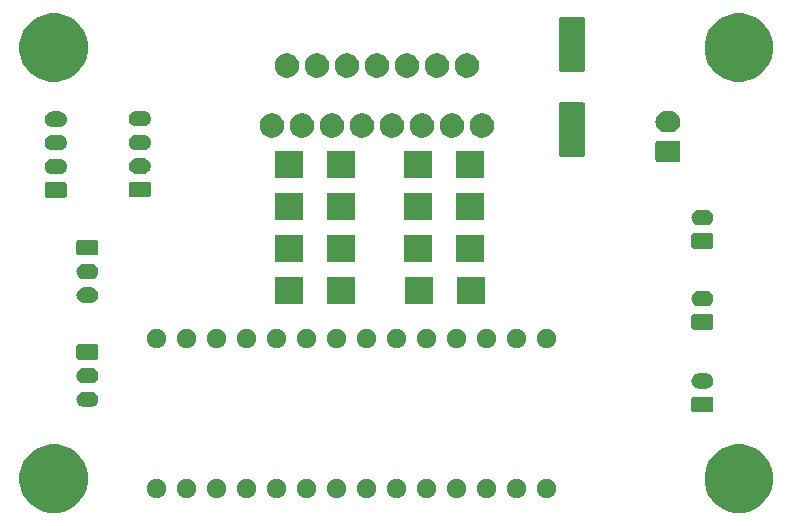
<source format=gbr>
G04 #@! TF.GenerationSoftware,KiCad,Pcbnew,(5.1.2)-1*
G04 #@! TF.CreationDate,2020-03-30T00:08:58+09:00*
G04 #@! TF.ProjectId,L298N_DRIVER,4c323938-4e5f-4445-9249-5645522e6b69,rev?*
G04 #@! TF.SameCoordinates,Original*
G04 #@! TF.FileFunction,Soldermask,Top*
G04 #@! TF.FilePolarity,Negative*
%FSLAX46Y46*%
G04 Gerber Fmt 4.6, Leading zero omitted, Abs format (unit mm)*
G04 Created by KiCad (PCBNEW (5.1.2)-1) date 2020-03-30 00:08:58*
%MOMM*%
%LPD*%
G04 APERTURE LIST*
%ADD10C,0.100000*%
G04 APERTURE END LIST*
D10*
G36*
X181346189Y-81210483D02*
G01*
X181346192Y-81210484D01*
X181346191Y-81210484D01*
X181874139Y-81429167D01*
X182349280Y-81746646D01*
X182753354Y-82150720D01*
X183070833Y-82625861D01*
X183070834Y-82625863D01*
X183289517Y-83153811D01*
X183401000Y-83714275D01*
X183401000Y-84285725D01*
X183289517Y-84846189D01*
X183070834Y-85374137D01*
X183070833Y-85374139D01*
X182753354Y-85849280D01*
X182349280Y-86253354D01*
X181874139Y-86570833D01*
X181874138Y-86570834D01*
X181874137Y-86570834D01*
X181346189Y-86789517D01*
X180785725Y-86901000D01*
X180214275Y-86901000D01*
X179653811Y-86789517D01*
X179125863Y-86570834D01*
X179125862Y-86570834D01*
X179125861Y-86570833D01*
X178650720Y-86253354D01*
X178246646Y-85849280D01*
X177929167Y-85374139D01*
X177929166Y-85374137D01*
X177710483Y-84846189D01*
X177599000Y-84285725D01*
X177599000Y-83714275D01*
X177710483Y-83153811D01*
X177929166Y-82625863D01*
X177929167Y-82625861D01*
X178246646Y-82150720D01*
X178650720Y-81746646D01*
X179125861Y-81429167D01*
X179653809Y-81210484D01*
X179653808Y-81210484D01*
X179653811Y-81210483D01*
X180214275Y-81099000D01*
X180785725Y-81099000D01*
X181346189Y-81210483D01*
X181346189Y-81210483D01*
G37*
G36*
X123346189Y-81210483D02*
G01*
X123346192Y-81210484D01*
X123346191Y-81210484D01*
X123874139Y-81429167D01*
X124349280Y-81746646D01*
X124753354Y-82150720D01*
X125070833Y-82625861D01*
X125070834Y-82625863D01*
X125289517Y-83153811D01*
X125401000Y-83714275D01*
X125401000Y-84285725D01*
X125289517Y-84846189D01*
X125070834Y-85374137D01*
X125070833Y-85374139D01*
X124753354Y-85849280D01*
X124349280Y-86253354D01*
X123874139Y-86570833D01*
X123874138Y-86570834D01*
X123874137Y-86570834D01*
X123346189Y-86789517D01*
X122785725Y-86901000D01*
X122214275Y-86901000D01*
X121653811Y-86789517D01*
X121125863Y-86570834D01*
X121125862Y-86570834D01*
X121125861Y-86570833D01*
X120650720Y-86253354D01*
X120246646Y-85849280D01*
X119929167Y-85374139D01*
X119929166Y-85374137D01*
X119710483Y-84846189D01*
X119599000Y-84285725D01*
X119599000Y-83714275D01*
X119710483Y-83153811D01*
X119929166Y-82625863D01*
X119929167Y-82625861D01*
X120246646Y-82150720D01*
X120650720Y-81746646D01*
X121125861Y-81429167D01*
X121653809Y-81210484D01*
X121653808Y-81210484D01*
X121653811Y-81210483D01*
X122214275Y-81099000D01*
X122785725Y-81099000D01*
X123346189Y-81210483D01*
X123346189Y-81210483D01*
G37*
G36*
X133968142Y-84054242D02*
G01*
X134116101Y-84115529D01*
X134249255Y-84204499D01*
X134362501Y-84317745D01*
X134451471Y-84450899D01*
X134512758Y-84598858D01*
X134544000Y-84755925D01*
X134544000Y-84916075D01*
X134512758Y-85073142D01*
X134451471Y-85221101D01*
X134362501Y-85354255D01*
X134249255Y-85467501D01*
X134116101Y-85556471D01*
X133968142Y-85617758D01*
X133811075Y-85649000D01*
X133650925Y-85649000D01*
X133493858Y-85617758D01*
X133345899Y-85556471D01*
X133212745Y-85467501D01*
X133099499Y-85354255D01*
X133010529Y-85221101D01*
X132949242Y-85073142D01*
X132918000Y-84916075D01*
X132918000Y-84755925D01*
X132949242Y-84598858D01*
X133010529Y-84450899D01*
X133099499Y-84317745D01*
X133212745Y-84204499D01*
X133345899Y-84115529D01*
X133493858Y-84054242D01*
X133650925Y-84023000D01*
X133811075Y-84023000D01*
X133968142Y-84054242D01*
X133968142Y-84054242D01*
G37*
G36*
X131428142Y-84054242D02*
G01*
X131576101Y-84115529D01*
X131709255Y-84204499D01*
X131822501Y-84317745D01*
X131911471Y-84450899D01*
X131972758Y-84598858D01*
X132004000Y-84755925D01*
X132004000Y-84916075D01*
X131972758Y-85073142D01*
X131911471Y-85221101D01*
X131822501Y-85354255D01*
X131709255Y-85467501D01*
X131576101Y-85556471D01*
X131428142Y-85617758D01*
X131271075Y-85649000D01*
X131110925Y-85649000D01*
X130953858Y-85617758D01*
X130805899Y-85556471D01*
X130672745Y-85467501D01*
X130559499Y-85354255D01*
X130470529Y-85221101D01*
X130409242Y-85073142D01*
X130378000Y-84916075D01*
X130378000Y-84755925D01*
X130409242Y-84598858D01*
X130470529Y-84450899D01*
X130559499Y-84317745D01*
X130672745Y-84204499D01*
X130805899Y-84115529D01*
X130953858Y-84054242D01*
X131110925Y-84023000D01*
X131271075Y-84023000D01*
X131428142Y-84054242D01*
X131428142Y-84054242D01*
G37*
G36*
X136508142Y-84054242D02*
G01*
X136656101Y-84115529D01*
X136789255Y-84204499D01*
X136902501Y-84317745D01*
X136991471Y-84450899D01*
X137052758Y-84598858D01*
X137084000Y-84755925D01*
X137084000Y-84916075D01*
X137052758Y-85073142D01*
X136991471Y-85221101D01*
X136902501Y-85354255D01*
X136789255Y-85467501D01*
X136656101Y-85556471D01*
X136508142Y-85617758D01*
X136351075Y-85649000D01*
X136190925Y-85649000D01*
X136033858Y-85617758D01*
X135885899Y-85556471D01*
X135752745Y-85467501D01*
X135639499Y-85354255D01*
X135550529Y-85221101D01*
X135489242Y-85073142D01*
X135458000Y-84916075D01*
X135458000Y-84755925D01*
X135489242Y-84598858D01*
X135550529Y-84450899D01*
X135639499Y-84317745D01*
X135752745Y-84204499D01*
X135885899Y-84115529D01*
X136033858Y-84054242D01*
X136190925Y-84023000D01*
X136351075Y-84023000D01*
X136508142Y-84054242D01*
X136508142Y-84054242D01*
G37*
G36*
X139048142Y-84054242D02*
G01*
X139196101Y-84115529D01*
X139329255Y-84204499D01*
X139442501Y-84317745D01*
X139531471Y-84450899D01*
X139592758Y-84598858D01*
X139624000Y-84755925D01*
X139624000Y-84916075D01*
X139592758Y-85073142D01*
X139531471Y-85221101D01*
X139442501Y-85354255D01*
X139329255Y-85467501D01*
X139196101Y-85556471D01*
X139048142Y-85617758D01*
X138891075Y-85649000D01*
X138730925Y-85649000D01*
X138573858Y-85617758D01*
X138425899Y-85556471D01*
X138292745Y-85467501D01*
X138179499Y-85354255D01*
X138090529Y-85221101D01*
X138029242Y-85073142D01*
X137998000Y-84916075D01*
X137998000Y-84755925D01*
X138029242Y-84598858D01*
X138090529Y-84450899D01*
X138179499Y-84317745D01*
X138292745Y-84204499D01*
X138425899Y-84115529D01*
X138573858Y-84054242D01*
X138730925Y-84023000D01*
X138891075Y-84023000D01*
X139048142Y-84054242D01*
X139048142Y-84054242D01*
G37*
G36*
X141588142Y-84054242D02*
G01*
X141736101Y-84115529D01*
X141869255Y-84204499D01*
X141982501Y-84317745D01*
X142071471Y-84450899D01*
X142132758Y-84598858D01*
X142164000Y-84755925D01*
X142164000Y-84916075D01*
X142132758Y-85073142D01*
X142071471Y-85221101D01*
X141982501Y-85354255D01*
X141869255Y-85467501D01*
X141736101Y-85556471D01*
X141588142Y-85617758D01*
X141431075Y-85649000D01*
X141270925Y-85649000D01*
X141113858Y-85617758D01*
X140965899Y-85556471D01*
X140832745Y-85467501D01*
X140719499Y-85354255D01*
X140630529Y-85221101D01*
X140569242Y-85073142D01*
X140538000Y-84916075D01*
X140538000Y-84755925D01*
X140569242Y-84598858D01*
X140630529Y-84450899D01*
X140719499Y-84317745D01*
X140832745Y-84204499D01*
X140965899Y-84115529D01*
X141113858Y-84054242D01*
X141270925Y-84023000D01*
X141431075Y-84023000D01*
X141588142Y-84054242D01*
X141588142Y-84054242D01*
G37*
G36*
X144128142Y-84054242D02*
G01*
X144276101Y-84115529D01*
X144409255Y-84204499D01*
X144522501Y-84317745D01*
X144611471Y-84450899D01*
X144672758Y-84598858D01*
X144704000Y-84755925D01*
X144704000Y-84916075D01*
X144672758Y-85073142D01*
X144611471Y-85221101D01*
X144522501Y-85354255D01*
X144409255Y-85467501D01*
X144276101Y-85556471D01*
X144128142Y-85617758D01*
X143971075Y-85649000D01*
X143810925Y-85649000D01*
X143653858Y-85617758D01*
X143505899Y-85556471D01*
X143372745Y-85467501D01*
X143259499Y-85354255D01*
X143170529Y-85221101D01*
X143109242Y-85073142D01*
X143078000Y-84916075D01*
X143078000Y-84755925D01*
X143109242Y-84598858D01*
X143170529Y-84450899D01*
X143259499Y-84317745D01*
X143372745Y-84204499D01*
X143505899Y-84115529D01*
X143653858Y-84054242D01*
X143810925Y-84023000D01*
X143971075Y-84023000D01*
X144128142Y-84054242D01*
X144128142Y-84054242D01*
G37*
G36*
X146668142Y-84054242D02*
G01*
X146816101Y-84115529D01*
X146949255Y-84204499D01*
X147062501Y-84317745D01*
X147151471Y-84450899D01*
X147212758Y-84598858D01*
X147244000Y-84755925D01*
X147244000Y-84916075D01*
X147212758Y-85073142D01*
X147151471Y-85221101D01*
X147062501Y-85354255D01*
X146949255Y-85467501D01*
X146816101Y-85556471D01*
X146668142Y-85617758D01*
X146511075Y-85649000D01*
X146350925Y-85649000D01*
X146193858Y-85617758D01*
X146045899Y-85556471D01*
X145912745Y-85467501D01*
X145799499Y-85354255D01*
X145710529Y-85221101D01*
X145649242Y-85073142D01*
X145618000Y-84916075D01*
X145618000Y-84755925D01*
X145649242Y-84598858D01*
X145710529Y-84450899D01*
X145799499Y-84317745D01*
X145912745Y-84204499D01*
X146045899Y-84115529D01*
X146193858Y-84054242D01*
X146350925Y-84023000D01*
X146511075Y-84023000D01*
X146668142Y-84054242D01*
X146668142Y-84054242D01*
G37*
G36*
X151748142Y-84054242D02*
G01*
X151896101Y-84115529D01*
X152029255Y-84204499D01*
X152142501Y-84317745D01*
X152231471Y-84450899D01*
X152292758Y-84598858D01*
X152324000Y-84755925D01*
X152324000Y-84916075D01*
X152292758Y-85073142D01*
X152231471Y-85221101D01*
X152142501Y-85354255D01*
X152029255Y-85467501D01*
X151896101Y-85556471D01*
X151748142Y-85617758D01*
X151591075Y-85649000D01*
X151430925Y-85649000D01*
X151273858Y-85617758D01*
X151125899Y-85556471D01*
X150992745Y-85467501D01*
X150879499Y-85354255D01*
X150790529Y-85221101D01*
X150729242Y-85073142D01*
X150698000Y-84916075D01*
X150698000Y-84755925D01*
X150729242Y-84598858D01*
X150790529Y-84450899D01*
X150879499Y-84317745D01*
X150992745Y-84204499D01*
X151125899Y-84115529D01*
X151273858Y-84054242D01*
X151430925Y-84023000D01*
X151591075Y-84023000D01*
X151748142Y-84054242D01*
X151748142Y-84054242D01*
G37*
G36*
X154288142Y-84054242D02*
G01*
X154436101Y-84115529D01*
X154569255Y-84204499D01*
X154682501Y-84317745D01*
X154771471Y-84450899D01*
X154832758Y-84598858D01*
X154864000Y-84755925D01*
X154864000Y-84916075D01*
X154832758Y-85073142D01*
X154771471Y-85221101D01*
X154682501Y-85354255D01*
X154569255Y-85467501D01*
X154436101Y-85556471D01*
X154288142Y-85617758D01*
X154131075Y-85649000D01*
X153970925Y-85649000D01*
X153813858Y-85617758D01*
X153665899Y-85556471D01*
X153532745Y-85467501D01*
X153419499Y-85354255D01*
X153330529Y-85221101D01*
X153269242Y-85073142D01*
X153238000Y-84916075D01*
X153238000Y-84755925D01*
X153269242Y-84598858D01*
X153330529Y-84450899D01*
X153419499Y-84317745D01*
X153532745Y-84204499D01*
X153665899Y-84115529D01*
X153813858Y-84054242D01*
X153970925Y-84023000D01*
X154131075Y-84023000D01*
X154288142Y-84054242D01*
X154288142Y-84054242D01*
G37*
G36*
X159368142Y-84054242D02*
G01*
X159516101Y-84115529D01*
X159649255Y-84204499D01*
X159762501Y-84317745D01*
X159851471Y-84450899D01*
X159912758Y-84598858D01*
X159944000Y-84755925D01*
X159944000Y-84916075D01*
X159912758Y-85073142D01*
X159851471Y-85221101D01*
X159762501Y-85354255D01*
X159649255Y-85467501D01*
X159516101Y-85556471D01*
X159368142Y-85617758D01*
X159211075Y-85649000D01*
X159050925Y-85649000D01*
X158893858Y-85617758D01*
X158745899Y-85556471D01*
X158612745Y-85467501D01*
X158499499Y-85354255D01*
X158410529Y-85221101D01*
X158349242Y-85073142D01*
X158318000Y-84916075D01*
X158318000Y-84755925D01*
X158349242Y-84598858D01*
X158410529Y-84450899D01*
X158499499Y-84317745D01*
X158612745Y-84204499D01*
X158745899Y-84115529D01*
X158893858Y-84054242D01*
X159050925Y-84023000D01*
X159211075Y-84023000D01*
X159368142Y-84054242D01*
X159368142Y-84054242D01*
G37*
G36*
X161908142Y-84054242D02*
G01*
X162056101Y-84115529D01*
X162189255Y-84204499D01*
X162302501Y-84317745D01*
X162391471Y-84450899D01*
X162452758Y-84598858D01*
X162484000Y-84755925D01*
X162484000Y-84916075D01*
X162452758Y-85073142D01*
X162391471Y-85221101D01*
X162302501Y-85354255D01*
X162189255Y-85467501D01*
X162056101Y-85556471D01*
X161908142Y-85617758D01*
X161751075Y-85649000D01*
X161590925Y-85649000D01*
X161433858Y-85617758D01*
X161285899Y-85556471D01*
X161152745Y-85467501D01*
X161039499Y-85354255D01*
X160950529Y-85221101D01*
X160889242Y-85073142D01*
X160858000Y-84916075D01*
X160858000Y-84755925D01*
X160889242Y-84598858D01*
X160950529Y-84450899D01*
X161039499Y-84317745D01*
X161152745Y-84204499D01*
X161285899Y-84115529D01*
X161433858Y-84054242D01*
X161590925Y-84023000D01*
X161751075Y-84023000D01*
X161908142Y-84054242D01*
X161908142Y-84054242D01*
G37*
G36*
X156828142Y-84054242D02*
G01*
X156976101Y-84115529D01*
X157109255Y-84204499D01*
X157222501Y-84317745D01*
X157311471Y-84450899D01*
X157372758Y-84598858D01*
X157404000Y-84755925D01*
X157404000Y-84916075D01*
X157372758Y-85073142D01*
X157311471Y-85221101D01*
X157222501Y-85354255D01*
X157109255Y-85467501D01*
X156976101Y-85556471D01*
X156828142Y-85617758D01*
X156671075Y-85649000D01*
X156510925Y-85649000D01*
X156353858Y-85617758D01*
X156205899Y-85556471D01*
X156072745Y-85467501D01*
X155959499Y-85354255D01*
X155870529Y-85221101D01*
X155809242Y-85073142D01*
X155778000Y-84916075D01*
X155778000Y-84755925D01*
X155809242Y-84598858D01*
X155870529Y-84450899D01*
X155959499Y-84317745D01*
X156072745Y-84204499D01*
X156205899Y-84115529D01*
X156353858Y-84054242D01*
X156510925Y-84023000D01*
X156671075Y-84023000D01*
X156828142Y-84054242D01*
X156828142Y-84054242D01*
G37*
G36*
X164448142Y-84054242D02*
G01*
X164596101Y-84115529D01*
X164729255Y-84204499D01*
X164842501Y-84317745D01*
X164931471Y-84450899D01*
X164992758Y-84598858D01*
X165024000Y-84755925D01*
X165024000Y-84916075D01*
X164992758Y-85073142D01*
X164931471Y-85221101D01*
X164842501Y-85354255D01*
X164729255Y-85467501D01*
X164596101Y-85556471D01*
X164448142Y-85617758D01*
X164291075Y-85649000D01*
X164130925Y-85649000D01*
X163973858Y-85617758D01*
X163825899Y-85556471D01*
X163692745Y-85467501D01*
X163579499Y-85354255D01*
X163490529Y-85221101D01*
X163429242Y-85073142D01*
X163398000Y-84916075D01*
X163398000Y-84755925D01*
X163429242Y-84598858D01*
X163490529Y-84450899D01*
X163579499Y-84317745D01*
X163692745Y-84204499D01*
X163825899Y-84115529D01*
X163973858Y-84054242D01*
X164130925Y-84023000D01*
X164291075Y-84023000D01*
X164448142Y-84054242D01*
X164448142Y-84054242D01*
G37*
G36*
X149208142Y-84054242D02*
G01*
X149356101Y-84115529D01*
X149489255Y-84204499D01*
X149602501Y-84317745D01*
X149691471Y-84450899D01*
X149752758Y-84598858D01*
X149784000Y-84755925D01*
X149784000Y-84916075D01*
X149752758Y-85073142D01*
X149691471Y-85221101D01*
X149602501Y-85354255D01*
X149489255Y-85467501D01*
X149356101Y-85556471D01*
X149208142Y-85617758D01*
X149051075Y-85649000D01*
X148890925Y-85649000D01*
X148733858Y-85617758D01*
X148585899Y-85556471D01*
X148452745Y-85467501D01*
X148339499Y-85354255D01*
X148250529Y-85221101D01*
X148189242Y-85073142D01*
X148158000Y-84916075D01*
X148158000Y-84755925D01*
X148189242Y-84598858D01*
X148250529Y-84450899D01*
X148339499Y-84317745D01*
X148452745Y-84204499D01*
X148585899Y-84115529D01*
X148733858Y-84054242D01*
X148890925Y-84023000D01*
X149051075Y-84023000D01*
X149208142Y-84054242D01*
X149208142Y-84054242D01*
G37*
G36*
X178185242Y-77077404D02*
G01*
X178222337Y-77088657D01*
X178256515Y-77106925D01*
X178286481Y-77131519D01*
X178311075Y-77161485D01*
X178329343Y-77195663D01*
X178340596Y-77232758D01*
X178345000Y-77277474D01*
X178345000Y-78170526D01*
X178340596Y-78215242D01*
X178329343Y-78252337D01*
X178311075Y-78286515D01*
X178286481Y-78316481D01*
X178256515Y-78341075D01*
X178222337Y-78359343D01*
X178185242Y-78370596D01*
X178140526Y-78375000D01*
X176697474Y-78375000D01*
X176652758Y-78370596D01*
X176615663Y-78359343D01*
X176581485Y-78341075D01*
X176551519Y-78316481D01*
X176526925Y-78286515D01*
X176508657Y-78252337D01*
X176497404Y-78215242D01*
X176493000Y-78170526D01*
X176493000Y-77277474D01*
X176497404Y-77232758D01*
X176508657Y-77195663D01*
X176526925Y-77161485D01*
X176551519Y-77131519D01*
X176581485Y-77106925D01*
X176615663Y-77088657D01*
X176652758Y-77077404D01*
X176697474Y-77073000D01*
X178140526Y-77073000D01*
X178185242Y-77077404D01*
X178185242Y-77077404D01*
G37*
G36*
X125687855Y-76631140D02*
G01*
X125751618Y-76637420D01*
X125842404Y-76664960D01*
X125874336Y-76674646D01*
X125987425Y-76735094D01*
X126086554Y-76816446D01*
X126167906Y-76915575D01*
X126228354Y-77028664D01*
X126228355Y-77028668D01*
X126265580Y-77151382D01*
X126278149Y-77279000D01*
X126265580Y-77406618D01*
X126238040Y-77497404D01*
X126228354Y-77529336D01*
X126167906Y-77642425D01*
X126086554Y-77741554D01*
X125987425Y-77822906D01*
X125874336Y-77883354D01*
X125842404Y-77893040D01*
X125751618Y-77920580D01*
X125687855Y-77926860D01*
X125655974Y-77930000D01*
X125042026Y-77930000D01*
X125010145Y-77926860D01*
X124946382Y-77920580D01*
X124855596Y-77893040D01*
X124823664Y-77883354D01*
X124710575Y-77822906D01*
X124611446Y-77741554D01*
X124530094Y-77642425D01*
X124469646Y-77529336D01*
X124459960Y-77497404D01*
X124432420Y-77406618D01*
X124419851Y-77279000D01*
X124432420Y-77151382D01*
X124469645Y-77028668D01*
X124469646Y-77028664D01*
X124530094Y-76915575D01*
X124611446Y-76816446D01*
X124710575Y-76735094D01*
X124823664Y-76674646D01*
X124855596Y-76664960D01*
X124946382Y-76637420D01*
X125010145Y-76631140D01*
X125042026Y-76628000D01*
X125655974Y-76628000D01*
X125687855Y-76631140D01*
X125687855Y-76631140D01*
G37*
G36*
X177757855Y-75076140D02*
G01*
X177821618Y-75082420D01*
X177912404Y-75109960D01*
X177944336Y-75119646D01*
X178057425Y-75180094D01*
X178156554Y-75261446D01*
X178237906Y-75360575D01*
X178298354Y-75473664D01*
X178298355Y-75473668D01*
X178335580Y-75596382D01*
X178348149Y-75724000D01*
X178335580Y-75851618D01*
X178311803Y-75930000D01*
X178298354Y-75974336D01*
X178237906Y-76087425D01*
X178156554Y-76186554D01*
X178057425Y-76267906D01*
X177944336Y-76328354D01*
X177912404Y-76338040D01*
X177821618Y-76365580D01*
X177757855Y-76371860D01*
X177725974Y-76375000D01*
X177112026Y-76375000D01*
X177080145Y-76371860D01*
X177016382Y-76365580D01*
X176925596Y-76338040D01*
X176893664Y-76328354D01*
X176780575Y-76267906D01*
X176681446Y-76186554D01*
X176600094Y-76087425D01*
X176539646Y-75974336D01*
X176526197Y-75930000D01*
X176502420Y-75851618D01*
X176489851Y-75724000D01*
X176502420Y-75596382D01*
X176539645Y-75473668D01*
X176539646Y-75473664D01*
X176600094Y-75360575D01*
X176681446Y-75261446D01*
X176780575Y-75180094D01*
X176893664Y-75119646D01*
X176925596Y-75109960D01*
X177016382Y-75082420D01*
X177080145Y-75076140D01*
X177112026Y-75073000D01*
X177725974Y-75073000D01*
X177757855Y-75076140D01*
X177757855Y-75076140D01*
G37*
G36*
X125687855Y-74631140D02*
G01*
X125751618Y-74637420D01*
X125842404Y-74664960D01*
X125874336Y-74674646D01*
X125987425Y-74735094D01*
X126086554Y-74816446D01*
X126167906Y-74915575D01*
X126228354Y-75028664D01*
X126228355Y-75028668D01*
X126265580Y-75151382D01*
X126278149Y-75279000D01*
X126265580Y-75406618D01*
X126238040Y-75497404D01*
X126228354Y-75529336D01*
X126167906Y-75642425D01*
X126086554Y-75741554D01*
X125987425Y-75822906D01*
X125874336Y-75883354D01*
X125842404Y-75893040D01*
X125751618Y-75920580D01*
X125687855Y-75926860D01*
X125655974Y-75930000D01*
X125042026Y-75930000D01*
X125010145Y-75926860D01*
X124946382Y-75920580D01*
X124855596Y-75893040D01*
X124823664Y-75883354D01*
X124710575Y-75822906D01*
X124611446Y-75741554D01*
X124530094Y-75642425D01*
X124469646Y-75529336D01*
X124459960Y-75497404D01*
X124432420Y-75406618D01*
X124419851Y-75279000D01*
X124432420Y-75151382D01*
X124469645Y-75028668D01*
X124469646Y-75028664D01*
X124530094Y-74915575D01*
X124611446Y-74816446D01*
X124710575Y-74735094D01*
X124823664Y-74674646D01*
X124855596Y-74664960D01*
X124946382Y-74637420D01*
X125010145Y-74631140D01*
X125042026Y-74628000D01*
X125655974Y-74628000D01*
X125687855Y-74631140D01*
X125687855Y-74631140D01*
G37*
G36*
X126115242Y-72632404D02*
G01*
X126152337Y-72643657D01*
X126186515Y-72661925D01*
X126216481Y-72686519D01*
X126241075Y-72716485D01*
X126259343Y-72750663D01*
X126270596Y-72787758D01*
X126275000Y-72832474D01*
X126275000Y-73725526D01*
X126270596Y-73770242D01*
X126259343Y-73807337D01*
X126241075Y-73841515D01*
X126216481Y-73871481D01*
X126186515Y-73896075D01*
X126152337Y-73914343D01*
X126115242Y-73925596D01*
X126070526Y-73930000D01*
X124627474Y-73930000D01*
X124582758Y-73925596D01*
X124545663Y-73914343D01*
X124511485Y-73896075D01*
X124481519Y-73871481D01*
X124456925Y-73841515D01*
X124438657Y-73807337D01*
X124427404Y-73770242D01*
X124423000Y-73725526D01*
X124423000Y-72832474D01*
X124427404Y-72787758D01*
X124438657Y-72750663D01*
X124456925Y-72716485D01*
X124481519Y-72686519D01*
X124511485Y-72661925D01*
X124545663Y-72643657D01*
X124582758Y-72632404D01*
X124627474Y-72628000D01*
X126070526Y-72628000D01*
X126115242Y-72632404D01*
X126115242Y-72632404D01*
G37*
G36*
X144128142Y-71354242D02*
G01*
X144276101Y-71415529D01*
X144409255Y-71504499D01*
X144522501Y-71617745D01*
X144611471Y-71750899D01*
X144672758Y-71898858D01*
X144704000Y-72055925D01*
X144704000Y-72216075D01*
X144672758Y-72373142D01*
X144611471Y-72521101D01*
X144522501Y-72654255D01*
X144409255Y-72767501D01*
X144276101Y-72856471D01*
X144128142Y-72917758D01*
X143971075Y-72949000D01*
X143810925Y-72949000D01*
X143653858Y-72917758D01*
X143505899Y-72856471D01*
X143372745Y-72767501D01*
X143259499Y-72654255D01*
X143170529Y-72521101D01*
X143109242Y-72373142D01*
X143078000Y-72216075D01*
X143078000Y-72055925D01*
X143109242Y-71898858D01*
X143170529Y-71750899D01*
X143259499Y-71617745D01*
X143372745Y-71504499D01*
X143505899Y-71415529D01*
X143653858Y-71354242D01*
X143810925Y-71323000D01*
X143971075Y-71323000D01*
X144128142Y-71354242D01*
X144128142Y-71354242D01*
G37*
G36*
X146668142Y-71354242D02*
G01*
X146816101Y-71415529D01*
X146949255Y-71504499D01*
X147062501Y-71617745D01*
X147151471Y-71750899D01*
X147212758Y-71898858D01*
X147244000Y-72055925D01*
X147244000Y-72216075D01*
X147212758Y-72373142D01*
X147151471Y-72521101D01*
X147062501Y-72654255D01*
X146949255Y-72767501D01*
X146816101Y-72856471D01*
X146668142Y-72917758D01*
X146511075Y-72949000D01*
X146350925Y-72949000D01*
X146193858Y-72917758D01*
X146045899Y-72856471D01*
X145912745Y-72767501D01*
X145799499Y-72654255D01*
X145710529Y-72521101D01*
X145649242Y-72373142D01*
X145618000Y-72216075D01*
X145618000Y-72055925D01*
X145649242Y-71898858D01*
X145710529Y-71750899D01*
X145799499Y-71617745D01*
X145912745Y-71504499D01*
X146045899Y-71415529D01*
X146193858Y-71354242D01*
X146350925Y-71323000D01*
X146511075Y-71323000D01*
X146668142Y-71354242D01*
X146668142Y-71354242D01*
G37*
G36*
X151748142Y-71354242D02*
G01*
X151896101Y-71415529D01*
X152029255Y-71504499D01*
X152142501Y-71617745D01*
X152231471Y-71750899D01*
X152292758Y-71898858D01*
X152324000Y-72055925D01*
X152324000Y-72216075D01*
X152292758Y-72373142D01*
X152231471Y-72521101D01*
X152142501Y-72654255D01*
X152029255Y-72767501D01*
X151896101Y-72856471D01*
X151748142Y-72917758D01*
X151591075Y-72949000D01*
X151430925Y-72949000D01*
X151273858Y-72917758D01*
X151125899Y-72856471D01*
X150992745Y-72767501D01*
X150879499Y-72654255D01*
X150790529Y-72521101D01*
X150729242Y-72373142D01*
X150698000Y-72216075D01*
X150698000Y-72055925D01*
X150729242Y-71898858D01*
X150790529Y-71750899D01*
X150879499Y-71617745D01*
X150992745Y-71504499D01*
X151125899Y-71415529D01*
X151273858Y-71354242D01*
X151430925Y-71323000D01*
X151591075Y-71323000D01*
X151748142Y-71354242D01*
X151748142Y-71354242D01*
G37*
G36*
X154288142Y-71354242D02*
G01*
X154436101Y-71415529D01*
X154569255Y-71504499D01*
X154682501Y-71617745D01*
X154771471Y-71750899D01*
X154832758Y-71898858D01*
X154864000Y-72055925D01*
X154864000Y-72216075D01*
X154832758Y-72373142D01*
X154771471Y-72521101D01*
X154682501Y-72654255D01*
X154569255Y-72767501D01*
X154436101Y-72856471D01*
X154288142Y-72917758D01*
X154131075Y-72949000D01*
X153970925Y-72949000D01*
X153813858Y-72917758D01*
X153665899Y-72856471D01*
X153532745Y-72767501D01*
X153419499Y-72654255D01*
X153330529Y-72521101D01*
X153269242Y-72373142D01*
X153238000Y-72216075D01*
X153238000Y-72055925D01*
X153269242Y-71898858D01*
X153330529Y-71750899D01*
X153419499Y-71617745D01*
X153532745Y-71504499D01*
X153665899Y-71415529D01*
X153813858Y-71354242D01*
X153970925Y-71323000D01*
X154131075Y-71323000D01*
X154288142Y-71354242D01*
X154288142Y-71354242D01*
G37*
G36*
X156828142Y-71354242D02*
G01*
X156976101Y-71415529D01*
X157109255Y-71504499D01*
X157222501Y-71617745D01*
X157311471Y-71750899D01*
X157372758Y-71898858D01*
X157404000Y-72055925D01*
X157404000Y-72216075D01*
X157372758Y-72373142D01*
X157311471Y-72521101D01*
X157222501Y-72654255D01*
X157109255Y-72767501D01*
X156976101Y-72856471D01*
X156828142Y-72917758D01*
X156671075Y-72949000D01*
X156510925Y-72949000D01*
X156353858Y-72917758D01*
X156205899Y-72856471D01*
X156072745Y-72767501D01*
X155959499Y-72654255D01*
X155870529Y-72521101D01*
X155809242Y-72373142D01*
X155778000Y-72216075D01*
X155778000Y-72055925D01*
X155809242Y-71898858D01*
X155870529Y-71750899D01*
X155959499Y-71617745D01*
X156072745Y-71504499D01*
X156205899Y-71415529D01*
X156353858Y-71354242D01*
X156510925Y-71323000D01*
X156671075Y-71323000D01*
X156828142Y-71354242D01*
X156828142Y-71354242D01*
G37*
G36*
X159368142Y-71354242D02*
G01*
X159516101Y-71415529D01*
X159649255Y-71504499D01*
X159762501Y-71617745D01*
X159851471Y-71750899D01*
X159912758Y-71898858D01*
X159944000Y-72055925D01*
X159944000Y-72216075D01*
X159912758Y-72373142D01*
X159851471Y-72521101D01*
X159762501Y-72654255D01*
X159649255Y-72767501D01*
X159516101Y-72856471D01*
X159368142Y-72917758D01*
X159211075Y-72949000D01*
X159050925Y-72949000D01*
X158893858Y-72917758D01*
X158745899Y-72856471D01*
X158612745Y-72767501D01*
X158499499Y-72654255D01*
X158410529Y-72521101D01*
X158349242Y-72373142D01*
X158318000Y-72216075D01*
X158318000Y-72055925D01*
X158349242Y-71898858D01*
X158410529Y-71750899D01*
X158499499Y-71617745D01*
X158612745Y-71504499D01*
X158745899Y-71415529D01*
X158893858Y-71354242D01*
X159050925Y-71323000D01*
X159211075Y-71323000D01*
X159368142Y-71354242D01*
X159368142Y-71354242D01*
G37*
G36*
X161908142Y-71354242D02*
G01*
X162056101Y-71415529D01*
X162189255Y-71504499D01*
X162302501Y-71617745D01*
X162391471Y-71750899D01*
X162452758Y-71898858D01*
X162484000Y-72055925D01*
X162484000Y-72216075D01*
X162452758Y-72373142D01*
X162391471Y-72521101D01*
X162302501Y-72654255D01*
X162189255Y-72767501D01*
X162056101Y-72856471D01*
X161908142Y-72917758D01*
X161751075Y-72949000D01*
X161590925Y-72949000D01*
X161433858Y-72917758D01*
X161285899Y-72856471D01*
X161152745Y-72767501D01*
X161039499Y-72654255D01*
X160950529Y-72521101D01*
X160889242Y-72373142D01*
X160858000Y-72216075D01*
X160858000Y-72055925D01*
X160889242Y-71898858D01*
X160950529Y-71750899D01*
X161039499Y-71617745D01*
X161152745Y-71504499D01*
X161285899Y-71415529D01*
X161433858Y-71354242D01*
X161590925Y-71323000D01*
X161751075Y-71323000D01*
X161908142Y-71354242D01*
X161908142Y-71354242D01*
G37*
G36*
X131428142Y-71354242D02*
G01*
X131576101Y-71415529D01*
X131709255Y-71504499D01*
X131822501Y-71617745D01*
X131911471Y-71750899D01*
X131972758Y-71898858D01*
X132004000Y-72055925D01*
X132004000Y-72216075D01*
X131972758Y-72373142D01*
X131911471Y-72521101D01*
X131822501Y-72654255D01*
X131709255Y-72767501D01*
X131576101Y-72856471D01*
X131428142Y-72917758D01*
X131271075Y-72949000D01*
X131110925Y-72949000D01*
X130953858Y-72917758D01*
X130805899Y-72856471D01*
X130672745Y-72767501D01*
X130559499Y-72654255D01*
X130470529Y-72521101D01*
X130409242Y-72373142D01*
X130378000Y-72216075D01*
X130378000Y-72055925D01*
X130409242Y-71898858D01*
X130470529Y-71750899D01*
X130559499Y-71617745D01*
X130672745Y-71504499D01*
X130805899Y-71415529D01*
X130953858Y-71354242D01*
X131110925Y-71323000D01*
X131271075Y-71323000D01*
X131428142Y-71354242D01*
X131428142Y-71354242D01*
G37*
G36*
X133968142Y-71354242D02*
G01*
X134116101Y-71415529D01*
X134249255Y-71504499D01*
X134362501Y-71617745D01*
X134451471Y-71750899D01*
X134512758Y-71898858D01*
X134544000Y-72055925D01*
X134544000Y-72216075D01*
X134512758Y-72373142D01*
X134451471Y-72521101D01*
X134362501Y-72654255D01*
X134249255Y-72767501D01*
X134116101Y-72856471D01*
X133968142Y-72917758D01*
X133811075Y-72949000D01*
X133650925Y-72949000D01*
X133493858Y-72917758D01*
X133345899Y-72856471D01*
X133212745Y-72767501D01*
X133099499Y-72654255D01*
X133010529Y-72521101D01*
X132949242Y-72373142D01*
X132918000Y-72216075D01*
X132918000Y-72055925D01*
X132949242Y-71898858D01*
X133010529Y-71750899D01*
X133099499Y-71617745D01*
X133212745Y-71504499D01*
X133345899Y-71415529D01*
X133493858Y-71354242D01*
X133650925Y-71323000D01*
X133811075Y-71323000D01*
X133968142Y-71354242D01*
X133968142Y-71354242D01*
G37*
G36*
X136508142Y-71354242D02*
G01*
X136656101Y-71415529D01*
X136789255Y-71504499D01*
X136902501Y-71617745D01*
X136991471Y-71750899D01*
X137052758Y-71898858D01*
X137084000Y-72055925D01*
X137084000Y-72216075D01*
X137052758Y-72373142D01*
X136991471Y-72521101D01*
X136902501Y-72654255D01*
X136789255Y-72767501D01*
X136656101Y-72856471D01*
X136508142Y-72917758D01*
X136351075Y-72949000D01*
X136190925Y-72949000D01*
X136033858Y-72917758D01*
X135885899Y-72856471D01*
X135752745Y-72767501D01*
X135639499Y-72654255D01*
X135550529Y-72521101D01*
X135489242Y-72373142D01*
X135458000Y-72216075D01*
X135458000Y-72055925D01*
X135489242Y-71898858D01*
X135550529Y-71750899D01*
X135639499Y-71617745D01*
X135752745Y-71504499D01*
X135885899Y-71415529D01*
X136033858Y-71354242D01*
X136190925Y-71323000D01*
X136351075Y-71323000D01*
X136508142Y-71354242D01*
X136508142Y-71354242D01*
G37*
G36*
X139048142Y-71354242D02*
G01*
X139196101Y-71415529D01*
X139329255Y-71504499D01*
X139442501Y-71617745D01*
X139531471Y-71750899D01*
X139592758Y-71898858D01*
X139624000Y-72055925D01*
X139624000Y-72216075D01*
X139592758Y-72373142D01*
X139531471Y-72521101D01*
X139442501Y-72654255D01*
X139329255Y-72767501D01*
X139196101Y-72856471D01*
X139048142Y-72917758D01*
X138891075Y-72949000D01*
X138730925Y-72949000D01*
X138573858Y-72917758D01*
X138425899Y-72856471D01*
X138292745Y-72767501D01*
X138179499Y-72654255D01*
X138090529Y-72521101D01*
X138029242Y-72373142D01*
X137998000Y-72216075D01*
X137998000Y-72055925D01*
X138029242Y-71898858D01*
X138090529Y-71750899D01*
X138179499Y-71617745D01*
X138292745Y-71504499D01*
X138425899Y-71415529D01*
X138573858Y-71354242D01*
X138730925Y-71323000D01*
X138891075Y-71323000D01*
X139048142Y-71354242D01*
X139048142Y-71354242D01*
G37*
G36*
X141588142Y-71354242D02*
G01*
X141736101Y-71415529D01*
X141869255Y-71504499D01*
X141982501Y-71617745D01*
X142071471Y-71750899D01*
X142132758Y-71898858D01*
X142164000Y-72055925D01*
X142164000Y-72216075D01*
X142132758Y-72373142D01*
X142071471Y-72521101D01*
X141982501Y-72654255D01*
X141869255Y-72767501D01*
X141736101Y-72856471D01*
X141588142Y-72917758D01*
X141431075Y-72949000D01*
X141270925Y-72949000D01*
X141113858Y-72917758D01*
X140965899Y-72856471D01*
X140832745Y-72767501D01*
X140719499Y-72654255D01*
X140630529Y-72521101D01*
X140569242Y-72373142D01*
X140538000Y-72216075D01*
X140538000Y-72055925D01*
X140569242Y-71898858D01*
X140630529Y-71750899D01*
X140719499Y-71617745D01*
X140832745Y-71504499D01*
X140965899Y-71415529D01*
X141113858Y-71354242D01*
X141270925Y-71323000D01*
X141431075Y-71323000D01*
X141588142Y-71354242D01*
X141588142Y-71354242D01*
G37*
G36*
X164448142Y-71354242D02*
G01*
X164596101Y-71415529D01*
X164729255Y-71504499D01*
X164842501Y-71617745D01*
X164931471Y-71750899D01*
X164992758Y-71898858D01*
X165024000Y-72055925D01*
X165024000Y-72216075D01*
X164992758Y-72373142D01*
X164931471Y-72521101D01*
X164842501Y-72654255D01*
X164729255Y-72767501D01*
X164596101Y-72856471D01*
X164448142Y-72917758D01*
X164291075Y-72949000D01*
X164130925Y-72949000D01*
X163973858Y-72917758D01*
X163825899Y-72856471D01*
X163692745Y-72767501D01*
X163579499Y-72654255D01*
X163490529Y-72521101D01*
X163429242Y-72373142D01*
X163398000Y-72216075D01*
X163398000Y-72055925D01*
X163429242Y-71898858D01*
X163490529Y-71750899D01*
X163579499Y-71617745D01*
X163692745Y-71504499D01*
X163825899Y-71415529D01*
X163973858Y-71354242D01*
X164130925Y-71323000D01*
X164291075Y-71323000D01*
X164448142Y-71354242D01*
X164448142Y-71354242D01*
G37*
G36*
X149208142Y-71354242D02*
G01*
X149356101Y-71415529D01*
X149489255Y-71504499D01*
X149602501Y-71617745D01*
X149691471Y-71750899D01*
X149752758Y-71898858D01*
X149784000Y-72055925D01*
X149784000Y-72216075D01*
X149752758Y-72373142D01*
X149691471Y-72521101D01*
X149602501Y-72654255D01*
X149489255Y-72767501D01*
X149356101Y-72856471D01*
X149208142Y-72917758D01*
X149051075Y-72949000D01*
X148890925Y-72949000D01*
X148733858Y-72917758D01*
X148585899Y-72856471D01*
X148452745Y-72767501D01*
X148339499Y-72654255D01*
X148250529Y-72521101D01*
X148189242Y-72373142D01*
X148158000Y-72216075D01*
X148158000Y-72055925D01*
X148189242Y-71898858D01*
X148250529Y-71750899D01*
X148339499Y-71617745D01*
X148452745Y-71504499D01*
X148585899Y-71415529D01*
X148733858Y-71354242D01*
X148890925Y-71323000D01*
X149051075Y-71323000D01*
X149208142Y-71354242D01*
X149208142Y-71354242D01*
G37*
G36*
X178185242Y-70092404D02*
G01*
X178222337Y-70103657D01*
X178256515Y-70121925D01*
X178286481Y-70146519D01*
X178311075Y-70176485D01*
X178329343Y-70210663D01*
X178340596Y-70247758D01*
X178345000Y-70292474D01*
X178345000Y-71185526D01*
X178340596Y-71230242D01*
X178329343Y-71267337D01*
X178311075Y-71301515D01*
X178286481Y-71331481D01*
X178256515Y-71356075D01*
X178222337Y-71374343D01*
X178185242Y-71385596D01*
X178140526Y-71390000D01*
X176697474Y-71390000D01*
X176652758Y-71385596D01*
X176615663Y-71374343D01*
X176581485Y-71356075D01*
X176551519Y-71331481D01*
X176526925Y-71301515D01*
X176508657Y-71267337D01*
X176497404Y-71230242D01*
X176493000Y-71185526D01*
X176493000Y-70292474D01*
X176497404Y-70247758D01*
X176508657Y-70210663D01*
X176526925Y-70176485D01*
X176551519Y-70146519D01*
X176581485Y-70121925D01*
X176615663Y-70103657D01*
X176652758Y-70092404D01*
X176697474Y-70088000D01*
X178140526Y-70088000D01*
X178185242Y-70092404D01*
X178185242Y-70092404D01*
G37*
G36*
X177741965Y-68089575D02*
G01*
X177821618Y-68097420D01*
X177912404Y-68124960D01*
X177944336Y-68134646D01*
X178057425Y-68195094D01*
X178156554Y-68276446D01*
X178237906Y-68375575D01*
X178298354Y-68488664D01*
X178298355Y-68488668D01*
X178335580Y-68611382D01*
X178348149Y-68739000D01*
X178335580Y-68866618D01*
X178320735Y-68915554D01*
X178298354Y-68989336D01*
X178237906Y-69102425D01*
X178156554Y-69201554D01*
X178057425Y-69282906D01*
X177944336Y-69343354D01*
X177912404Y-69353040D01*
X177821618Y-69380580D01*
X177757855Y-69386860D01*
X177725974Y-69390000D01*
X177112026Y-69390000D01*
X177080145Y-69386860D01*
X177016382Y-69380580D01*
X176925596Y-69353040D01*
X176893664Y-69343354D01*
X176780575Y-69282906D01*
X176681446Y-69201554D01*
X176600094Y-69102425D01*
X176539646Y-68989336D01*
X176517265Y-68915554D01*
X176502420Y-68866618D01*
X176489851Y-68739000D01*
X176502420Y-68611382D01*
X176539645Y-68488668D01*
X176539646Y-68488664D01*
X176600094Y-68375575D01*
X176681446Y-68276446D01*
X176780575Y-68195094D01*
X176893664Y-68134646D01*
X176925596Y-68124960D01*
X177016382Y-68097420D01*
X177096035Y-68089575D01*
X177112026Y-68088000D01*
X177725974Y-68088000D01*
X177741965Y-68089575D01*
X177741965Y-68089575D01*
G37*
G36*
X159017000Y-69198000D02*
G01*
X156615000Y-69198000D01*
X156615000Y-66946000D01*
X159017000Y-66946000D01*
X159017000Y-69198000D01*
X159017000Y-69198000D01*
G37*
G36*
X143613000Y-69198000D02*
G01*
X141211000Y-69198000D01*
X141211000Y-66946000D01*
X143613000Y-66946000D01*
X143613000Y-69198000D01*
X143613000Y-69198000D01*
G37*
G36*
X154617000Y-69198000D02*
G01*
X152215000Y-69198000D01*
X152215000Y-66946000D01*
X154617000Y-66946000D01*
X154617000Y-69198000D01*
X154617000Y-69198000D01*
G37*
G36*
X148013000Y-69198000D02*
G01*
X145611000Y-69198000D01*
X145611000Y-66946000D01*
X148013000Y-66946000D01*
X148013000Y-69198000D01*
X148013000Y-69198000D01*
G37*
G36*
X125687855Y-67805140D02*
G01*
X125751618Y-67811420D01*
X125842404Y-67838960D01*
X125874336Y-67848646D01*
X125987425Y-67909094D01*
X126086554Y-67990446D01*
X126167906Y-68089575D01*
X126228354Y-68202664D01*
X126228355Y-68202668D01*
X126265580Y-68325382D01*
X126278149Y-68453000D01*
X126265580Y-68580618D01*
X126256247Y-68611384D01*
X126228354Y-68703336D01*
X126167906Y-68816425D01*
X126086554Y-68915554D01*
X125987425Y-68996906D01*
X125874336Y-69057354D01*
X125842404Y-69067040D01*
X125751618Y-69094580D01*
X125687855Y-69100860D01*
X125655974Y-69104000D01*
X125042026Y-69104000D01*
X125010145Y-69100860D01*
X124946382Y-69094580D01*
X124855596Y-69067040D01*
X124823664Y-69057354D01*
X124710575Y-68996906D01*
X124611446Y-68915554D01*
X124530094Y-68816425D01*
X124469646Y-68703336D01*
X124441753Y-68611384D01*
X124432420Y-68580618D01*
X124419851Y-68453000D01*
X124432420Y-68325382D01*
X124469645Y-68202668D01*
X124469646Y-68202664D01*
X124530094Y-68089575D01*
X124611446Y-67990446D01*
X124710575Y-67909094D01*
X124823664Y-67848646D01*
X124855596Y-67838960D01*
X124946382Y-67811420D01*
X125010145Y-67805140D01*
X125042026Y-67802000D01*
X125655974Y-67802000D01*
X125687855Y-67805140D01*
X125687855Y-67805140D01*
G37*
G36*
X125687855Y-65805140D02*
G01*
X125751618Y-65811420D01*
X125842404Y-65838960D01*
X125874336Y-65848646D01*
X125987425Y-65909094D01*
X126086554Y-65990446D01*
X126167906Y-66089575D01*
X126228354Y-66202664D01*
X126228355Y-66202668D01*
X126265580Y-66325382D01*
X126278149Y-66453000D01*
X126265580Y-66580618D01*
X126238040Y-66671404D01*
X126228354Y-66703336D01*
X126167906Y-66816425D01*
X126086554Y-66915554D01*
X125987425Y-66996906D01*
X125874336Y-67057354D01*
X125842404Y-67067040D01*
X125751618Y-67094580D01*
X125687855Y-67100860D01*
X125655974Y-67104000D01*
X125042026Y-67104000D01*
X125010145Y-67100860D01*
X124946382Y-67094580D01*
X124855596Y-67067040D01*
X124823664Y-67057354D01*
X124710575Y-66996906D01*
X124611446Y-66915554D01*
X124530094Y-66816425D01*
X124469646Y-66703336D01*
X124459960Y-66671404D01*
X124432420Y-66580618D01*
X124419851Y-66453000D01*
X124432420Y-66325382D01*
X124469645Y-66202668D01*
X124469646Y-66202664D01*
X124530094Y-66089575D01*
X124611446Y-65990446D01*
X124710575Y-65909094D01*
X124823664Y-65848646D01*
X124855596Y-65838960D01*
X124946382Y-65811420D01*
X125010145Y-65805140D01*
X125042026Y-65802000D01*
X125655974Y-65802000D01*
X125687855Y-65805140D01*
X125687855Y-65805140D01*
G37*
G36*
X143613000Y-65642000D02*
G01*
X141211000Y-65642000D01*
X141211000Y-63390000D01*
X143613000Y-63390000D01*
X143613000Y-65642000D01*
X143613000Y-65642000D01*
G37*
G36*
X158935000Y-65642000D02*
G01*
X156533000Y-65642000D01*
X156533000Y-63390000D01*
X158935000Y-63390000D01*
X158935000Y-65642000D01*
X158935000Y-65642000D01*
G37*
G36*
X148013000Y-65642000D02*
G01*
X145611000Y-65642000D01*
X145611000Y-63390000D01*
X148013000Y-63390000D01*
X148013000Y-65642000D01*
X148013000Y-65642000D01*
G37*
G36*
X154535000Y-65642000D02*
G01*
X152133000Y-65642000D01*
X152133000Y-63390000D01*
X154535000Y-63390000D01*
X154535000Y-65642000D01*
X154535000Y-65642000D01*
G37*
G36*
X126115242Y-63806404D02*
G01*
X126152337Y-63817657D01*
X126186515Y-63835925D01*
X126216481Y-63860519D01*
X126241075Y-63890485D01*
X126259343Y-63924663D01*
X126270596Y-63961758D01*
X126275000Y-64006474D01*
X126275000Y-64899526D01*
X126270596Y-64944242D01*
X126259343Y-64981337D01*
X126241075Y-65015515D01*
X126216481Y-65045481D01*
X126186515Y-65070075D01*
X126152337Y-65088343D01*
X126115242Y-65099596D01*
X126070526Y-65104000D01*
X124627474Y-65104000D01*
X124582758Y-65099596D01*
X124545663Y-65088343D01*
X124511485Y-65070075D01*
X124481519Y-65045481D01*
X124456925Y-65015515D01*
X124438657Y-64981337D01*
X124427404Y-64944242D01*
X124423000Y-64899526D01*
X124423000Y-64006474D01*
X124427404Y-63961758D01*
X124438657Y-63924663D01*
X124456925Y-63890485D01*
X124481519Y-63860519D01*
X124511485Y-63835925D01*
X124545663Y-63817657D01*
X124582758Y-63806404D01*
X124627474Y-63802000D01*
X126070526Y-63802000D01*
X126115242Y-63806404D01*
X126115242Y-63806404D01*
G37*
G36*
X178185242Y-63234404D02*
G01*
X178222337Y-63245657D01*
X178256515Y-63263925D01*
X178286481Y-63288519D01*
X178311075Y-63318485D01*
X178329343Y-63352663D01*
X178340596Y-63389758D01*
X178345000Y-63434474D01*
X178345000Y-64327526D01*
X178340596Y-64372242D01*
X178329343Y-64409337D01*
X178311075Y-64443515D01*
X178286481Y-64473481D01*
X178256515Y-64498075D01*
X178222337Y-64516343D01*
X178185242Y-64527596D01*
X178140526Y-64532000D01*
X176697474Y-64532000D01*
X176652758Y-64527596D01*
X176615663Y-64516343D01*
X176581485Y-64498075D01*
X176551519Y-64473481D01*
X176526925Y-64443515D01*
X176508657Y-64409337D01*
X176497404Y-64372242D01*
X176493000Y-64327526D01*
X176493000Y-63434474D01*
X176497404Y-63389758D01*
X176508657Y-63352663D01*
X176526925Y-63318485D01*
X176551519Y-63288519D01*
X176581485Y-63263925D01*
X176615663Y-63245657D01*
X176652758Y-63234404D01*
X176697474Y-63230000D01*
X178140526Y-63230000D01*
X178185242Y-63234404D01*
X178185242Y-63234404D01*
G37*
G36*
X177757855Y-61233140D02*
G01*
X177821618Y-61239420D01*
X177912404Y-61266960D01*
X177944336Y-61276646D01*
X178057425Y-61337094D01*
X178156554Y-61418446D01*
X178237906Y-61517575D01*
X178298354Y-61630664D01*
X178298355Y-61630668D01*
X178335580Y-61753382D01*
X178348149Y-61881000D01*
X178335580Y-62008618D01*
X178312106Y-62086000D01*
X178298354Y-62131336D01*
X178237906Y-62244425D01*
X178156554Y-62343554D01*
X178057425Y-62424906D01*
X177944336Y-62485354D01*
X177912404Y-62495040D01*
X177821618Y-62522580D01*
X177757855Y-62528860D01*
X177725974Y-62532000D01*
X177112026Y-62532000D01*
X177080145Y-62528860D01*
X177016382Y-62522580D01*
X176925596Y-62495040D01*
X176893664Y-62485354D01*
X176780575Y-62424906D01*
X176681446Y-62343554D01*
X176600094Y-62244425D01*
X176539646Y-62131336D01*
X176525894Y-62086000D01*
X176502420Y-62008618D01*
X176489851Y-61881000D01*
X176502420Y-61753382D01*
X176539645Y-61630668D01*
X176539646Y-61630664D01*
X176600094Y-61517575D01*
X176681446Y-61418446D01*
X176780575Y-61337094D01*
X176893664Y-61276646D01*
X176925596Y-61266960D01*
X177016382Y-61239420D01*
X177080145Y-61233140D01*
X177112026Y-61230000D01*
X177725974Y-61230000D01*
X177757855Y-61233140D01*
X177757855Y-61233140D01*
G37*
G36*
X158935000Y-62086000D02*
G01*
X156533000Y-62086000D01*
X156533000Y-59834000D01*
X158935000Y-59834000D01*
X158935000Y-62086000D01*
X158935000Y-62086000D01*
G37*
G36*
X154535000Y-62086000D02*
G01*
X152133000Y-62086000D01*
X152133000Y-59834000D01*
X154535000Y-59834000D01*
X154535000Y-62086000D01*
X154535000Y-62086000D01*
G37*
G36*
X148013000Y-62086000D02*
G01*
X145611000Y-62086000D01*
X145611000Y-59834000D01*
X148013000Y-59834000D01*
X148013000Y-62086000D01*
X148013000Y-62086000D01*
G37*
G36*
X143613000Y-62086000D02*
G01*
X141211000Y-62086000D01*
X141211000Y-59834000D01*
X143613000Y-59834000D01*
X143613000Y-62086000D01*
X143613000Y-62086000D01*
G37*
G36*
X123448242Y-58916404D02*
G01*
X123485337Y-58927657D01*
X123519515Y-58945925D01*
X123549481Y-58970519D01*
X123574075Y-59000485D01*
X123592343Y-59034663D01*
X123603596Y-59071758D01*
X123608000Y-59116474D01*
X123608000Y-60009526D01*
X123603596Y-60054242D01*
X123592343Y-60091337D01*
X123574075Y-60125515D01*
X123549481Y-60155481D01*
X123519515Y-60180075D01*
X123485337Y-60198343D01*
X123448242Y-60209596D01*
X123403526Y-60214000D01*
X121960474Y-60214000D01*
X121915758Y-60209596D01*
X121878663Y-60198343D01*
X121844485Y-60180075D01*
X121814519Y-60155481D01*
X121789925Y-60125515D01*
X121771657Y-60091337D01*
X121760404Y-60054242D01*
X121756000Y-60009526D01*
X121756000Y-59116474D01*
X121760404Y-59071758D01*
X121771657Y-59034663D01*
X121789925Y-59000485D01*
X121814519Y-58970519D01*
X121844485Y-58945925D01*
X121878663Y-58927657D01*
X121915758Y-58916404D01*
X121960474Y-58912000D01*
X123403526Y-58912000D01*
X123448242Y-58916404D01*
X123448242Y-58916404D01*
G37*
G36*
X130560242Y-58884404D02*
G01*
X130597337Y-58895657D01*
X130631515Y-58913925D01*
X130661481Y-58938519D01*
X130686075Y-58968485D01*
X130704343Y-59002663D01*
X130715596Y-59039758D01*
X130720000Y-59084474D01*
X130720000Y-59977526D01*
X130715596Y-60022242D01*
X130704343Y-60059337D01*
X130686075Y-60093515D01*
X130661481Y-60123481D01*
X130631515Y-60148075D01*
X130597337Y-60166343D01*
X130560242Y-60177596D01*
X130515526Y-60182000D01*
X129072474Y-60182000D01*
X129027758Y-60177596D01*
X128990663Y-60166343D01*
X128956485Y-60148075D01*
X128926519Y-60123481D01*
X128901925Y-60093515D01*
X128883657Y-60059337D01*
X128872404Y-60022242D01*
X128868000Y-59977526D01*
X128868000Y-59084474D01*
X128872404Y-59039758D01*
X128883657Y-59002663D01*
X128901925Y-58968485D01*
X128926519Y-58938519D01*
X128956485Y-58913925D01*
X128990663Y-58895657D01*
X129027758Y-58884404D01*
X129072474Y-58880000D01*
X130515526Y-58880000D01*
X130560242Y-58884404D01*
X130560242Y-58884404D01*
G37*
G36*
X154535000Y-58530000D02*
G01*
X152133000Y-58530000D01*
X152133000Y-56278000D01*
X154535000Y-56278000D01*
X154535000Y-58530000D01*
X154535000Y-58530000D01*
G37*
G36*
X143613000Y-58530000D02*
G01*
X141211000Y-58530000D01*
X141211000Y-56278000D01*
X143613000Y-56278000D01*
X143613000Y-58530000D01*
X143613000Y-58530000D01*
G37*
G36*
X148013000Y-58530000D02*
G01*
X145611000Y-58530000D01*
X145611000Y-56278000D01*
X148013000Y-56278000D01*
X148013000Y-58530000D01*
X148013000Y-58530000D01*
G37*
G36*
X158935000Y-58530000D02*
G01*
X156533000Y-58530000D01*
X156533000Y-56278000D01*
X158935000Y-56278000D01*
X158935000Y-58530000D01*
X158935000Y-58530000D01*
G37*
G36*
X123020855Y-56915140D02*
G01*
X123084618Y-56921420D01*
X123175404Y-56948960D01*
X123207336Y-56958646D01*
X123320425Y-57019094D01*
X123419554Y-57100446D01*
X123500906Y-57199575D01*
X123561354Y-57312664D01*
X123561355Y-57312668D01*
X123598580Y-57435382D01*
X123611149Y-57563000D01*
X123598580Y-57690618D01*
X123571062Y-57781332D01*
X123561354Y-57813336D01*
X123500906Y-57926425D01*
X123419554Y-58025554D01*
X123320425Y-58106906D01*
X123207336Y-58167354D01*
X123190108Y-58172580D01*
X123084618Y-58204580D01*
X123020855Y-58210860D01*
X122988974Y-58214000D01*
X122375026Y-58214000D01*
X122343145Y-58210860D01*
X122279382Y-58204580D01*
X122173892Y-58172580D01*
X122156664Y-58167354D01*
X122043575Y-58106906D01*
X121944446Y-58025554D01*
X121863094Y-57926425D01*
X121802646Y-57813336D01*
X121792938Y-57781332D01*
X121765420Y-57690618D01*
X121752851Y-57563000D01*
X121765420Y-57435382D01*
X121802645Y-57312668D01*
X121802646Y-57312664D01*
X121863094Y-57199575D01*
X121944446Y-57100446D01*
X122043575Y-57019094D01*
X122156664Y-56958646D01*
X122188596Y-56948960D01*
X122279382Y-56921420D01*
X122343145Y-56915140D01*
X122375026Y-56912000D01*
X122988974Y-56912000D01*
X123020855Y-56915140D01*
X123020855Y-56915140D01*
G37*
G36*
X130132855Y-56883140D02*
G01*
X130196618Y-56889420D01*
X130271054Y-56912000D01*
X130319336Y-56926646D01*
X130432425Y-56987094D01*
X130531554Y-57068446D01*
X130612906Y-57167575D01*
X130673354Y-57280664D01*
X130673355Y-57280668D01*
X130710580Y-57403382D01*
X130723149Y-57531000D01*
X130710580Y-57658618D01*
X130683040Y-57749404D01*
X130673354Y-57781336D01*
X130612906Y-57894425D01*
X130531554Y-57993554D01*
X130432425Y-58074906D01*
X130319336Y-58135354D01*
X130287404Y-58145040D01*
X130196618Y-58172580D01*
X130132855Y-58178860D01*
X130100974Y-58182000D01*
X129487026Y-58182000D01*
X129455145Y-58178860D01*
X129391382Y-58172580D01*
X129300596Y-58145040D01*
X129268664Y-58135354D01*
X129155575Y-58074906D01*
X129056446Y-57993554D01*
X128975094Y-57894425D01*
X128914646Y-57781336D01*
X128904960Y-57749404D01*
X128877420Y-57658618D01*
X128864851Y-57531000D01*
X128877420Y-57403382D01*
X128914645Y-57280668D01*
X128914646Y-57280664D01*
X128975094Y-57167575D01*
X129056446Y-57068446D01*
X129155575Y-56987094D01*
X129268664Y-56926646D01*
X129316946Y-56912000D01*
X129391382Y-56889420D01*
X129455145Y-56883140D01*
X129487026Y-56880000D01*
X130100974Y-56880000D01*
X130132855Y-56883140D01*
X130132855Y-56883140D01*
G37*
G36*
X175406600Y-55389389D02*
G01*
X175439652Y-55399415D01*
X175470103Y-55415692D01*
X175496799Y-55437601D01*
X175518708Y-55464297D01*
X175534985Y-55494748D01*
X175545011Y-55527800D01*
X175549000Y-55568303D01*
X175549000Y-57004497D01*
X175545011Y-57045000D01*
X175534985Y-57078052D01*
X175518708Y-57108503D01*
X175496799Y-57135199D01*
X175470103Y-57157108D01*
X175439652Y-57173385D01*
X175406600Y-57183411D01*
X175366097Y-57187400D01*
X173629903Y-57187400D01*
X173589400Y-57183411D01*
X173556348Y-57173385D01*
X173525897Y-57157108D01*
X173499201Y-57135199D01*
X173477292Y-57108503D01*
X173461015Y-57078052D01*
X173450989Y-57045000D01*
X173447000Y-57004497D01*
X173447000Y-55568303D01*
X173450989Y-55527800D01*
X173461015Y-55494748D01*
X173477292Y-55464297D01*
X173499201Y-55437601D01*
X173525897Y-55415692D01*
X173556348Y-55399415D01*
X173589400Y-55389389D01*
X173629903Y-55385400D01*
X175366097Y-55385400D01*
X175406600Y-55389389D01*
X175406600Y-55389389D01*
G37*
G36*
X167336536Y-52146800D02*
G01*
X167367738Y-52156265D01*
X167396486Y-52171631D01*
X167421687Y-52192313D01*
X167442369Y-52217514D01*
X167457735Y-52246262D01*
X167467200Y-52277464D01*
X167471000Y-52316046D01*
X167471000Y-56571954D01*
X167467200Y-56610536D01*
X167457735Y-56641738D01*
X167442369Y-56670486D01*
X167421687Y-56695687D01*
X167396486Y-56716369D01*
X167367738Y-56731735D01*
X167336536Y-56741200D01*
X167297954Y-56745000D01*
X165442046Y-56745000D01*
X165403464Y-56741200D01*
X165372262Y-56731735D01*
X165343514Y-56716369D01*
X165318313Y-56695687D01*
X165297631Y-56670486D01*
X165282265Y-56641738D01*
X165272800Y-56610536D01*
X165269000Y-56571954D01*
X165269000Y-52316046D01*
X165272800Y-52277464D01*
X165282265Y-52246262D01*
X165297631Y-52217514D01*
X165318313Y-52192313D01*
X165343514Y-52171631D01*
X165372262Y-52156265D01*
X165403464Y-52146800D01*
X165442046Y-52143000D01*
X167297954Y-52143000D01*
X167336536Y-52146800D01*
X167336536Y-52146800D01*
G37*
G36*
X123020855Y-54915140D02*
G01*
X123084618Y-54921420D01*
X123175404Y-54948960D01*
X123207336Y-54958646D01*
X123320425Y-55019094D01*
X123419554Y-55100446D01*
X123500906Y-55199575D01*
X123561354Y-55312664D01*
X123561355Y-55312668D01*
X123598580Y-55435382D01*
X123611149Y-55563000D01*
X123598580Y-55690618D01*
X123571062Y-55781332D01*
X123561354Y-55813336D01*
X123500906Y-55926425D01*
X123419554Y-56025554D01*
X123320425Y-56106906D01*
X123207336Y-56167354D01*
X123190108Y-56172580D01*
X123084618Y-56204580D01*
X123020855Y-56210860D01*
X122988974Y-56214000D01*
X122375026Y-56214000D01*
X122343145Y-56210860D01*
X122279382Y-56204580D01*
X122173892Y-56172580D01*
X122156664Y-56167354D01*
X122043575Y-56106906D01*
X121944446Y-56025554D01*
X121863094Y-55926425D01*
X121802646Y-55813336D01*
X121792938Y-55781332D01*
X121765420Y-55690618D01*
X121752851Y-55563000D01*
X121765420Y-55435382D01*
X121802645Y-55312668D01*
X121802646Y-55312664D01*
X121863094Y-55199575D01*
X121944446Y-55100446D01*
X122043575Y-55019094D01*
X122156664Y-54958646D01*
X122188596Y-54948960D01*
X122279382Y-54921420D01*
X122343145Y-54915140D01*
X122375026Y-54912000D01*
X122988974Y-54912000D01*
X123020855Y-54915140D01*
X123020855Y-54915140D01*
G37*
G36*
X130132855Y-54883140D02*
G01*
X130196618Y-54889420D01*
X130271054Y-54912000D01*
X130319336Y-54926646D01*
X130432425Y-54987094D01*
X130531554Y-55068446D01*
X130612906Y-55167575D01*
X130673354Y-55280664D01*
X130673355Y-55280668D01*
X130710580Y-55403382D01*
X130723149Y-55531000D01*
X130710580Y-55658618D01*
X130683040Y-55749404D01*
X130673354Y-55781336D01*
X130612906Y-55894425D01*
X130531554Y-55993554D01*
X130432425Y-56074906D01*
X130319336Y-56135354D01*
X130287404Y-56145040D01*
X130196618Y-56172580D01*
X130132855Y-56178860D01*
X130100974Y-56182000D01*
X129487026Y-56182000D01*
X129455145Y-56178860D01*
X129391382Y-56172580D01*
X129300596Y-56145040D01*
X129268664Y-56135354D01*
X129155575Y-56074906D01*
X129056446Y-55993554D01*
X128975094Y-55894425D01*
X128914646Y-55781336D01*
X128904960Y-55749404D01*
X128877420Y-55658618D01*
X128864851Y-55531000D01*
X128877420Y-55403382D01*
X128914645Y-55280668D01*
X128914646Y-55280664D01*
X128975094Y-55167575D01*
X129056446Y-55068446D01*
X129155575Y-54987094D01*
X129268664Y-54926646D01*
X129316946Y-54912000D01*
X129391382Y-54889420D01*
X129455145Y-54883140D01*
X129487026Y-54880000D01*
X130100974Y-54880000D01*
X130132855Y-54883140D01*
X130132855Y-54883140D01*
G37*
G36*
X159049272Y-53115428D02*
G01*
X159175165Y-53167575D01*
X159235993Y-53192771D01*
X159404037Y-53305054D01*
X159546946Y-53447963D01*
X159655065Y-53609775D01*
X159659230Y-53616009D01*
X159736572Y-53802728D01*
X159776000Y-54000947D01*
X159776000Y-54203053D01*
X159736572Y-54401272D01*
X159659230Y-54587991D01*
X159659229Y-54587993D01*
X159546946Y-54756037D01*
X159404037Y-54898946D01*
X159235993Y-55011229D01*
X159235992Y-55011230D01*
X159235991Y-55011230D01*
X159049272Y-55088572D01*
X158851053Y-55128000D01*
X158648947Y-55128000D01*
X158450728Y-55088572D01*
X158264009Y-55011230D01*
X158264008Y-55011230D01*
X158264007Y-55011229D01*
X158095963Y-54898946D01*
X157953054Y-54756037D01*
X157840771Y-54587993D01*
X157840770Y-54587991D01*
X157763428Y-54401272D01*
X157724000Y-54203053D01*
X157724000Y-54000947D01*
X157763428Y-53802728D01*
X157840770Y-53616009D01*
X157844935Y-53609775D01*
X157953054Y-53447963D01*
X158095963Y-53305054D01*
X158264007Y-53192771D01*
X158324835Y-53167575D01*
X158450728Y-53115428D01*
X158648947Y-53076000D01*
X158851053Y-53076000D01*
X159049272Y-53115428D01*
X159049272Y-53115428D01*
G37*
G36*
X141269272Y-53115428D02*
G01*
X141395165Y-53167575D01*
X141455993Y-53192771D01*
X141624037Y-53305054D01*
X141766946Y-53447963D01*
X141875065Y-53609775D01*
X141879230Y-53616009D01*
X141956572Y-53802728D01*
X141996000Y-54000947D01*
X141996000Y-54203053D01*
X141956572Y-54401272D01*
X141879230Y-54587991D01*
X141879229Y-54587993D01*
X141766946Y-54756037D01*
X141624037Y-54898946D01*
X141455993Y-55011229D01*
X141455992Y-55011230D01*
X141455991Y-55011230D01*
X141269272Y-55088572D01*
X141071053Y-55128000D01*
X140868947Y-55128000D01*
X140670728Y-55088572D01*
X140484009Y-55011230D01*
X140484008Y-55011230D01*
X140484007Y-55011229D01*
X140315963Y-54898946D01*
X140173054Y-54756037D01*
X140060771Y-54587993D01*
X140060770Y-54587991D01*
X139983428Y-54401272D01*
X139944000Y-54203053D01*
X139944000Y-54000947D01*
X139983428Y-53802728D01*
X140060770Y-53616009D01*
X140064935Y-53609775D01*
X140173054Y-53447963D01*
X140315963Y-53305054D01*
X140484007Y-53192771D01*
X140544835Y-53167575D01*
X140670728Y-53115428D01*
X140868947Y-53076000D01*
X141071053Y-53076000D01*
X141269272Y-53115428D01*
X141269272Y-53115428D01*
G37*
G36*
X143809272Y-53115428D02*
G01*
X143935165Y-53167575D01*
X143995993Y-53192771D01*
X144164037Y-53305054D01*
X144306946Y-53447963D01*
X144415065Y-53609775D01*
X144419230Y-53616009D01*
X144496572Y-53802728D01*
X144536000Y-54000947D01*
X144536000Y-54203053D01*
X144496572Y-54401272D01*
X144419230Y-54587991D01*
X144419229Y-54587993D01*
X144306946Y-54756037D01*
X144164037Y-54898946D01*
X143995993Y-55011229D01*
X143995992Y-55011230D01*
X143995991Y-55011230D01*
X143809272Y-55088572D01*
X143611053Y-55128000D01*
X143408947Y-55128000D01*
X143210728Y-55088572D01*
X143024009Y-55011230D01*
X143024008Y-55011230D01*
X143024007Y-55011229D01*
X142855963Y-54898946D01*
X142713054Y-54756037D01*
X142600771Y-54587993D01*
X142600770Y-54587991D01*
X142523428Y-54401272D01*
X142484000Y-54203053D01*
X142484000Y-54000947D01*
X142523428Y-53802728D01*
X142600770Y-53616009D01*
X142604935Y-53609775D01*
X142713054Y-53447963D01*
X142855963Y-53305054D01*
X143024007Y-53192771D01*
X143084835Y-53167575D01*
X143210728Y-53115428D01*
X143408947Y-53076000D01*
X143611053Y-53076000D01*
X143809272Y-53115428D01*
X143809272Y-53115428D01*
G37*
G36*
X146349272Y-53115428D02*
G01*
X146475165Y-53167575D01*
X146535993Y-53192771D01*
X146704037Y-53305054D01*
X146846946Y-53447963D01*
X146955065Y-53609775D01*
X146959230Y-53616009D01*
X147036572Y-53802728D01*
X147076000Y-54000947D01*
X147076000Y-54203053D01*
X147036572Y-54401272D01*
X146959230Y-54587991D01*
X146959229Y-54587993D01*
X146846946Y-54756037D01*
X146704037Y-54898946D01*
X146535993Y-55011229D01*
X146535992Y-55011230D01*
X146535991Y-55011230D01*
X146349272Y-55088572D01*
X146151053Y-55128000D01*
X145948947Y-55128000D01*
X145750728Y-55088572D01*
X145564009Y-55011230D01*
X145564008Y-55011230D01*
X145564007Y-55011229D01*
X145395963Y-54898946D01*
X145253054Y-54756037D01*
X145140771Y-54587993D01*
X145140770Y-54587991D01*
X145063428Y-54401272D01*
X145024000Y-54203053D01*
X145024000Y-54000947D01*
X145063428Y-53802728D01*
X145140770Y-53616009D01*
X145144935Y-53609775D01*
X145253054Y-53447963D01*
X145395963Y-53305054D01*
X145564007Y-53192771D01*
X145624835Y-53167575D01*
X145750728Y-53115428D01*
X145948947Y-53076000D01*
X146151053Y-53076000D01*
X146349272Y-53115428D01*
X146349272Y-53115428D01*
G37*
G36*
X151429272Y-53115428D02*
G01*
X151555165Y-53167575D01*
X151615993Y-53192771D01*
X151784037Y-53305054D01*
X151926946Y-53447963D01*
X152035065Y-53609775D01*
X152039230Y-53616009D01*
X152116572Y-53802728D01*
X152156000Y-54000947D01*
X152156000Y-54203053D01*
X152116572Y-54401272D01*
X152039230Y-54587991D01*
X152039229Y-54587993D01*
X151926946Y-54756037D01*
X151784037Y-54898946D01*
X151615993Y-55011229D01*
X151615992Y-55011230D01*
X151615991Y-55011230D01*
X151429272Y-55088572D01*
X151231053Y-55128000D01*
X151028947Y-55128000D01*
X150830728Y-55088572D01*
X150644009Y-55011230D01*
X150644008Y-55011230D01*
X150644007Y-55011229D01*
X150475963Y-54898946D01*
X150333054Y-54756037D01*
X150220771Y-54587993D01*
X150220770Y-54587991D01*
X150143428Y-54401272D01*
X150104000Y-54203053D01*
X150104000Y-54000947D01*
X150143428Y-53802728D01*
X150220770Y-53616009D01*
X150224935Y-53609775D01*
X150333054Y-53447963D01*
X150475963Y-53305054D01*
X150644007Y-53192771D01*
X150704835Y-53167575D01*
X150830728Y-53115428D01*
X151028947Y-53076000D01*
X151231053Y-53076000D01*
X151429272Y-53115428D01*
X151429272Y-53115428D01*
G37*
G36*
X153969272Y-53115428D02*
G01*
X154095165Y-53167575D01*
X154155993Y-53192771D01*
X154324037Y-53305054D01*
X154466946Y-53447963D01*
X154575065Y-53609775D01*
X154579230Y-53616009D01*
X154656572Y-53802728D01*
X154696000Y-54000947D01*
X154696000Y-54203053D01*
X154656572Y-54401272D01*
X154579230Y-54587991D01*
X154579229Y-54587993D01*
X154466946Y-54756037D01*
X154324037Y-54898946D01*
X154155993Y-55011229D01*
X154155992Y-55011230D01*
X154155991Y-55011230D01*
X153969272Y-55088572D01*
X153771053Y-55128000D01*
X153568947Y-55128000D01*
X153370728Y-55088572D01*
X153184009Y-55011230D01*
X153184008Y-55011230D01*
X153184007Y-55011229D01*
X153015963Y-54898946D01*
X152873054Y-54756037D01*
X152760771Y-54587993D01*
X152760770Y-54587991D01*
X152683428Y-54401272D01*
X152644000Y-54203053D01*
X152644000Y-54000947D01*
X152683428Y-53802728D01*
X152760770Y-53616009D01*
X152764935Y-53609775D01*
X152873054Y-53447963D01*
X153015963Y-53305054D01*
X153184007Y-53192771D01*
X153244835Y-53167575D01*
X153370728Y-53115428D01*
X153568947Y-53076000D01*
X153771053Y-53076000D01*
X153969272Y-53115428D01*
X153969272Y-53115428D01*
G37*
G36*
X156509272Y-53115428D02*
G01*
X156635165Y-53167575D01*
X156695993Y-53192771D01*
X156864037Y-53305054D01*
X157006946Y-53447963D01*
X157115065Y-53609775D01*
X157119230Y-53616009D01*
X157196572Y-53802728D01*
X157236000Y-54000947D01*
X157236000Y-54203053D01*
X157196572Y-54401272D01*
X157119230Y-54587991D01*
X157119229Y-54587993D01*
X157006946Y-54756037D01*
X156864037Y-54898946D01*
X156695993Y-55011229D01*
X156695992Y-55011230D01*
X156695991Y-55011230D01*
X156509272Y-55088572D01*
X156311053Y-55128000D01*
X156108947Y-55128000D01*
X155910728Y-55088572D01*
X155724009Y-55011230D01*
X155724008Y-55011230D01*
X155724007Y-55011229D01*
X155555963Y-54898946D01*
X155413054Y-54756037D01*
X155300771Y-54587993D01*
X155300770Y-54587991D01*
X155223428Y-54401272D01*
X155184000Y-54203053D01*
X155184000Y-54000947D01*
X155223428Y-53802728D01*
X155300770Y-53616009D01*
X155304935Y-53609775D01*
X155413054Y-53447963D01*
X155555963Y-53305054D01*
X155724007Y-53192771D01*
X155784835Y-53167575D01*
X155910728Y-53115428D01*
X156108947Y-53076000D01*
X156311053Y-53076000D01*
X156509272Y-53115428D01*
X156509272Y-53115428D01*
G37*
G36*
X148889272Y-53115428D02*
G01*
X149015165Y-53167575D01*
X149075993Y-53192771D01*
X149244037Y-53305054D01*
X149386946Y-53447963D01*
X149495065Y-53609775D01*
X149499230Y-53616009D01*
X149576572Y-53802728D01*
X149616000Y-54000947D01*
X149616000Y-54203053D01*
X149576572Y-54401272D01*
X149499230Y-54587991D01*
X149499229Y-54587993D01*
X149386946Y-54756037D01*
X149244037Y-54898946D01*
X149075993Y-55011229D01*
X149075992Y-55011230D01*
X149075991Y-55011230D01*
X148889272Y-55088572D01*
X148691053Y-55128000D01*
X148488947Y-55128000D01*
X148290728Y-55088572D01*
X148104009Y-55011230D01*
X148104008Y-55011230D01*
X148104007Y-55011229D01*
X147935963Y-54898946D01*
X147793054Y-54756037D01*
X147680771Y-54587993D01*
X147680770Y-54587991D01*
X147603428Y-54401272D01*
X147564000Y-54203053D01*
X147564000Y-54000947D01*
X147603428Y-53802728D01*
X147680770Y-53616009D01*
X147684935Y-53609775D01*
X147793054Y-53447963D01*
X147935963Y-53305054D01*
X148104007Y-53192771D01*
X148164835Y-53167575D01*
X148290728Y-53115428D01*
X148488947Y-53076000D01*
X148691053Y-53076000D01*
X148889272Y-53115428D01*
X148889272Y-53115428D01*
G37*
G36*
X174758442Y-52891918D02*
G01*
X174824627Y-52898437D01*
X174994466Y-52949957D01*
X175150991Y-53033622D01*
X175186729Y-53062952D01*
X175288186Y-53146214D01*
X175371448Y-53247671D01*
X175400778Y-53283409D01*
X175400779Y-53283411D01*
X175464907Y-53403384D01*
X175484443Y-53439934D01*
X175535963Y-53609773D01*
X175553359Y-53786400D01*
X175535963Y-53963027D01*
X175484443Y-54132866D01*
X175400778Y-54289391D01*
X175371448Y-54325129D01*
X175288186Y-54426586D01*
X175186729Y-54509848D01*
X175150991Y-54539178D01*
X174994466Y-54622843D01*
X174824627Y-54674363D01*
X174758443Y-54680881D01*
X174692260Y-54687400D01*
X174303740Y-54687400D01*
X174237557Y-54680881D01*
X174171373Y-54674363D01*
X174001534Y-54622843D01*
X173845009Y-54539178D01*
X173809271Y-54509848D01*
X173707814Y-54426586D01*
X173624552Y-54325129D01*
X173595222Y-54289391D01*
X173511557Y-54132866D01*
X173460037Y-53963027D01*
X173442641Y-53786400D01*
X173460037Y-53609773D01*
X173511557Y-53439934D01*
X173531094Y-53403384D01*
X173595221Y-53283411D01*
X173595222Y-53283409D01*
X173624552Y-53247671D01*
X173707814Y-53146214D01*
X173809271Y-53062952D01*
X173845009Y-53033622D01*
X174001534Y-52949957D01*
X174171373Y-52898437D01*
X174237558Y-52891918D01*
X174303740Y-52885400D01*
X174692260Y-52885400D01*
X174758442Y-52891918D01*
X174758442Y-52891918D01*
G37*
G36*
X123020855Y-52915140D02*
G01*
X123084618Y-52921420D01*
X123175404Y-52948960D01*
X123207336Y-52958646D01*
X123320425Y-53019094D01*
X123419554Y-53100446D01*
X123500906Y-53199575D01*
X123561354Y-53312664D01*
X123561355Y-53312668D01*
X123598580Y-53435382D01*
X123611149Y-53563000D01*
X123598580Y-53690618D01*
X123571062Y-53781332D01*
X123561354Y-53813336D01*
X123500906Y-53926425D01*
X123419554Y-54025554D01*
X123320425Y-54106906D01*
X123207336Y-54167354D01*
X123190108Y-54172580D01*
X123084618Y-54204580D01*
X123020855Y-54210860D01*
X122988974Y-54214000D01*
X122375026Y-54214000D01*
X122343145Y-54210860D01*
X122279382Y-54204580D01*
X122173892Y-54172580D01*
X122156664Y-54167354D01*
X122043575Y-54106906D01*
X121944446Y-54025554D01*
X121863094Y-53926425D01*
X121802646Y-53813336D01*
X121792938Y-53781332D01*
X121765420Y-53690618D01*
X121752851Y-53563000D01*
X121765420Y-53435382D01*
X121802645Y-53312668D01*
X121802646Y-53312664D01*
X121863094Y-53199575D01*
X121944446Y-53100446D01*
X122043575Y-53019094D01*
X122156664Y-52958646D01*
X122188596Y-52948960D01*
X122279382Y-52921420D01*
X122343145Y-52915140D01*
X122375026Y-52912000D01*
X122988974Y-52912000D01*
X123020855Y-52915140D01*
X123020855Y-52915140D01*
G37*
G36*
X130132855Y-52883140D02*
G01*
X130196618Y-52889420D01*
X130271054Y-52912000D01*
X130319336Y-52926646D01*
X130432425Y-52987094D01*
X130531554Y-53068446D01*
X130612906Y-53167575D01*
X130673354Y-53280664D01*
X130674187Y-53283411D01*
X130710580Y-53403382D01*
X130723149Y-53531000D01*
X130710580Y-53658618D01*
X130683040Y-53749404D01*
X130673354Y-53781336D01*
X130612906Y-53894425D01*
X130531554Y-53993554D01*
X130432425Y-54074906D01*
X130319336Y-54135354D01*
X130287404Y-54145040D01*
X130196618Y-54172580D01*
X130132855Y-54178860D01*
X130100974Y-54182000D01*
X129487026Y-54182000D01*
X129455145Y-54178860D01*
X129391382Y-54172580D01*
X129300596Y-54145040D01*
X129268664Y-54135354D01*
X129155575Y-54074906D01*
X129056446Y-53993554D01*
X128975094Y-53894425D01*
X128914646Y-53781336D01*
X128904960Y-53749404D01*
X128877420Y-53658618D01*
X128864851Y-53531000D01*
X128877420Y-53403382D01*
X128913813Y-53283411D01*
X128914646Y-53280664D01*
X128975094Y-53167575D01*
X129056446Y-53068446D01*
X129155575Y-52987094D01*
X129268664Y-52926646D01*
X129316946Y-52912000D01*
X129391382Y-52889420D01*
X129455145Y-52883140D01*
X129487026Y-52880000D01*
X130100974Y-52880000D01*
X130132855Y-52883140D01*
X130132855Y-52883140D01*
G37*
G36*
X123346189Y-44710483D02*
G01*
X123346192Y-44710484D01*
X123346191Y-44710484D01*
X123874139Y-44929167D01*
X124349280Y-45246646D01*
X124753354Y-45650720D01*
X125070833Y-46125861D01*
X125070834Y-46125863D01*
X125289517Y-46653811D01*
X125401000Y-47214275D01*
X125401000Y-47785725D01*
X125289517Y-48346189D01*
X125070834Y-48874137D01*
X125070833Y-48874139D01*
X124753354Y-49349280D01*
X124349280Y-49753354D01*
X123874139Y-50070833D01*
X123874138Y-50070834D01*
X123874137Y-50070834D01*
X123346189Y-50289517D01*
X122785725Y-50401000D01*
X122214275Y-50401000D01*
X121653811Y-50289517D01*
X121125863Y-50070834D01*
X121125862Y-50070834D01*
X121125861Y-50070833D01*
X120650720Y-49753354D01*
X120246646Y-49349280D01*
X119929167Y-48874139D01*
X119929166Y-48874137D01*
X119710483Y-48346189D01*
X119599000Y-47785725D01*
X119599000Y-47214275D01*
X119710483Y-46653811D01*
X119929166Y-46125863D01*
X119929167Y-46125861D01*
X120246646Y-45650720D01*
X120650720Y-45246646D01*
X121125861Y-44929167D01*
X121653809Y-44710484D01*
X121653808Y-44710484D01*
X121653811Y-44710483D01*
X122214275Y-44599000D01*
X122785725Y-44599000D01*
X123346189Y-44710483D01*
X123346189Y-44710483D01*
G37*
G36*
X181346189Y-44710483D02*
G01*
X181346192Y-44710484D01*
X181346191Y-44710484D01*
X181874139Y-44929167D01*
X182349280Y-45246646D01*
X182753354Y-45650720D01*
X183070833Y-46125861D01*
X183070834Y-46125863D01*
X183289517Y-46653811D01*
X183401000Y-47214275D01*
X183401000Y-47785725D01*
X183289517Y-48346189D01*
X183070834Y-48874137D01*
X183070833Y-48874139D01*
X182753354Y-49349280D01*
X182349280Y-49753354D01*
X181874139Y-50070833D01*
X181874138Y-50070834D01*
X181874137Y-50070834D01*
X181346189Y-50289517D01*
X180785725Y-50401000D01*
X180214275Y-50401000D01*
X179653811Y-50289517D01*
X179125863Y-50070834D01*
X179125862Y-50070834D01*
X179125861Y-50070833D01*
X178650720Y-49753354D01*
X178246646Y-49349280D01*
X177929167Y-48874139D01*
X177929166Y-48874137D01*
X177710483Y-48346189D01*
X177599000Y-47785725D01*
X177599000Y-47214275D01*
X177710483Y-46653811D01*
X177929166Y-46125863D01*
X177929167Y-46125861D01*
X178246646Y-45650720D01*
X178650720Y-45246646D01*
X179125861Y-44929167D01*
X179653809Y-44710484D01*
X179653808Y-44710484D01*
X179653811Y-44710483D01*
X180214275Y-44599000D01*
X180785725Y-44599000D01*
X181346189Y-44710483D01*
X181346189Y-44710483D01*
G37*
G36*
X145079272Y-48035428D02*
G01*
X145265991Y-48112770D01*
X145265993Y-48112771D01*
X145434037Y-48225054D01*
X145576946Y-48367963D01*
X145689229Y-48536007D01*
X145689230Y-48536009D01*
X145766572Y-48722728D01*
X145806000Y-48920947D01*
X145806000Y-49123053D01*
X145766572Y-49321272D01*
X145692200Y-49500821D01*
X145689229Y-49507993D01*
X145576946Y-49676037D01*
X145434037Y-49818946D01*
X145265993Y-49931229D01*
X145265992Y-49931230D01*
X145265991Y-49931230D01*
X145079272Y-50008572D01*
X144881053Y-50048000D01*
X144678947Y-50048000D01*
X144480728Y-50008572D01*
X144294009Y-49931230D01*
X144294008Y-49931230D01*
X144294007Y-49931229D01*
X144125963Y-49818946D01*
X143983054Y-49676037D01*
X143870771Y-49507993D01*
X143867800Y-49500821D01*
X143793428Y-49321272D01*
X143754000Y-49123053D01*
X143754000Y-48920947D01*
X143793428Y-48722728D01*
X143870770Y-48536009D01*
X143870771Y-48536007D01*
X143983054Y-48367963D01*
X144125963Y-48225054D01*
X144294007Y-48112771D01*
X144294009Y-48112770D01*
X144480728Y-48035428D01*
X144678947Y-47996000D01*
X144881053Y-47996000D01*
X145079272Y-48035428D01*
X145079272Y-48035428D01*
G37*
G36*
X142539272Y-48035428D02*
G01*
X142725991Y-48112770D01*
X142725993Y-48112771D01*
X142894037Y-48225054D01*
X143036946Y-48367963D01*
X143149229Y-48536007D01*
X143149230Y-48536009D01*
X143226572Y-48722728D01*
X143266000Y-48920947D01*
X143266000Y-49123053D01*
X143226572Y-49321272D01*
X143152200Y-49500821D01*
X143149229Y-49507993D01*
X143036946Y-49676037D01*
X142894037Y-49818946D01*
X142725993Y-49931229D01*
X142725992Y-49931230D01*
X142725991Y-49931230D01*
X142539272Y-50008572D01*
X142341053Y-50048000D01*
X142138947Y-50048000D01*
X141940728Y-50008572D01*
X141754009Y-49931230D01*
X141754008Y-49931230D01*
X141754007Y-49931229D01*
X141585963Y-49818946D01*
X141443054Y-49676037D01*
X141330771Y-49507993D01*
X141327800Y-49500821D01*
X141253428Y-49321272D01*
X141214000Y-49123053D01*
X141214000Y-48920947D01*
X141253428Y-48722728D01*
X141330770Y-48536009D01*
X141330771Y-48536007D01*
X141443054Y-48367963D01*
X141585963Y-48225054D01*
X141754007Y-48112771D01*
X141754009Y-48112770D01*
X141940728Y-48035428D01*
X142138947Y-47996000D01*
X142341053Y-47996000D01*
X142539272Y-48035428D01*
X142539272Y-48035428D01*
G37*
G36*
X147619272Y-48035428D02*
G01*
X147805991Y-48112770D01*
X147805993Y-48112771D01*
X147974037Y-48225054D01*
X148116946Y-48367963D01*
X148229229Y-48536007D01*
X148229230Y-48536009D01*
X148306572Y-48722728D01*
X148346000Y-48920947D01*
X148346000Y-49123053D01*
X148306572Y-49321272D01*
X148232200Y-49500821D01*
X148229229Y-49507993D01*
X148116946Y-49676037D01*
X147974037Y-49818946D01*
X147805993Y-49931229D01*
X147805992Y-49931230D01*
X147805991Y-49931230D01*
X147619272Y-50008572D01*
X147421053Y-50048000D01*
X147218947Y-50048000D01*
X147020728Y-50008572D01*
X146834009Y-49931230D01*
X146834008Y-49931230D01*
X146834007Y-49931229D01*
X146665963Y-49818946D01*
X146523054Y-49676037D01*
X146410771Y-49507993D01*
X146407800Y-49500821D01*
X146333428Y-49321272D01*
X146294000Y-49123053D01*
X146294000Y-48920947D01*
X146333428Y-48722728D01*
X146410770Y-48536009D01*
X146410771Y-48536007D01*
X146523054Y-48367963D01*
X146665963Y-48225054D01*
X146834007Y-48112771D01*
X146834009Y-48112770D01*
X147020728Y-48035428D01*
X147218947Y-47996000D01*
X147421053Y-47996000D01*
X147619272Y-48035428D01*
X147619272Y-48035428D01*
G37*
G36*
X150159272Y-48035428D02*
G01*
X150345991Y-48112770D01*
X150345993Y-48112771D01*
X150514037Y-48225054D01*
X150656946Y-48367963D01*
X150769229Y-48536007D01*
X150769230Y-48536009D01*
X150846572Y-48722728D01*
X150886000Y-48920947D01*
X150886000Y-49123053D01*
X150846572Y-49321272D01*
X150772200Y-49500821D01*
X150769229Y-49507993D01*
X150656946Y-49676037D01*
X150514037Y-49818946D01*
X150345993Y-49931229D01*
X150345992Y-49931230D01*
X150345991Y-49931230D01*
X150159272Y-50008572D01*
X149961053Y-50048000D01*
X149758947Y-50048000D01*
X149560728Y-50008572D01*
X149374009Y-49931230D01*
X149374008Y-49931230D01*
X149374007Y-49931229D01*
X149205963Y-49818946D01*
X149063054Y-49676037D01*
X148950771Y-49507993D01*
X148947800Y-49500821D01*
X148873428Y-49321272D01*
X148834000Y-49123053D01*
X148834000Y-48920947D01*
X148873428Y-48722728D01*
X148950770Y-48536009D01*
X148950771Y-48536007D01*
X149063054Y-48367963D01*
X149205963Y-48225054D01*
X149374007Y-48112771D01*
X149374009Y-48112770D01*
X149560728Y-48035428D01*
X149758947Y-47996000D01*
X149961053Y-47996000D01*
X150159272Y-48035428D01*
X150159272Y-48035428D01*
G37*
G36*
X152699272Y-48035428D02*
G01*
X152885991Y-48112770D01*
X152885993Y-48112771D01*
X153054037Y-48225054D01*
X153196946Y-48367963D01*
X153309229Y-48536007D01*
X153309230Y-48536009D01*
X153386572Y-48722728D01*
X153426000Y-48920947D01*
X153426000Y-49123053D01*
X153386572Y-49321272D01*
X153312200Y-49500821D01*
X153309229Y-49507993D01*
X153196946Y-49676037D01*
X153054037Y-49818946D01*
X152885993Y-49931229D01*
X152885992Y-49931230D01*
X152885991Y-49931230D01*
X152699272Y-50008572D01*
X152501053Y-50048000D01*
X152298947Y-50048000D01*
X152100728Y-50008572D01*
X151914009Y-49931230D01*
X151914008Y-49931230D01*
X151914007Y-49931229D01*
X151745963Y-49818946D01*
X151603054Y-49676037D01*
X151490771Y-49507993D01*
X151487800Y-49500821D01*
X151413428Y-49321272D01*
X151374000Y-49123053D01*
X151374000Y-48920947D01*
X151413428Y-48722728D01*
X151490770Y-48536009D01*
X151490771Y-48536007D01*
X151603054Y-48367963D01*
X151745963Y-48225054D01*
X151914007Y-48112771D01*
X151914009Y-48112770D01*
X152100728Y-48035428D01*
X152298947Y-47996000D01*
X152501053Y-47996000D01*
X152699272Y-48035428D01*
X152699272Y-48035428D01*
G37*
G36*
X155239272Y-48035428D02*
G01*
X155425991Y-48112770D01*
X155425993Y-48112771D01*
X155594037Y-48225054D01*
X155736946Y-48367963D01*
X155849229Y-48536007D01*
X155849230Y-48536009D01*
X155926572Y-48722728D01*
X155966000Y-48920947D01*
X155966000Y-49123053D01*
X155926572Y-49321272D01*
X155852200Y-49500821D01*
X155849229Y-49507993D01*
X155736946Y-49676037D01*
X155594037Y-49818946D01*
X155425993Y-49931229D01*
X155425992Y-49931230D01*
X155425991Y-49931230D01*
X155239272Y-50008572D01*
X155041053Y-50048000D01*
X154838947Y-50048000D01*
X154640728Y-50008572D01*
X154454009Y-49931230D01*
X154454008Y-49931230D01*
X154454007Y-49931229D01*
X154285963Y-49818946D01*
X154143054Y-49676037D01*
X154030771Y-49507993D01*
X154027800Y-49500821D01*
X153953428Y-49321272D01*
X153914000Y-49123053D01*
X153914000Y-48920947D01*
X153953428Y-48722728D01*
X154030770Y-48536009D01*
X154030771Y-48536007D01*
X154143054Y-48367963D01*
X154285963Y-48225054D01*
X154454007Y-48112771D01*
X154454009Y-48112770D01*
X154640728Y-48035428D01*
X154838947Y-47996000D01*
X155041053Y-47996000D01*
X155239272Y-48035428D01*
X155239272Y-48035428D01*
G37*
G36*
X157779272Y-48035428D02*
G01*
X157965991Y-48112770D01*
X157965993Y-48112771D01*
X158134037Y-48225054D01*
X158276946Y-48367963D01*
X158389229Y-48536007D01*
X158389230Y-48536009D01*
X158466572Y-48722728D01*
X158506000Y-48920947D01*
X158506000Y-49123053D01*
X158466572Y-49321272D01*
X158392200Y-49500821D01*
X158389229Y-49507993D01*
X158276946Y-49676037D01*
X158134037Y-49818946D01*
X157965993Y-49931229D01*
X157965992Y-49931230D01*
X157965991Y-49931230D01*
X157779272Y-50008572D01*
X157581053Y-50048000D01*
X157378947Y-50048000D01*
X157180728Y-50008572D01*
X156994009Y-49931230D01*
X156994008Y-49931230D01*
X156994007Y-49931229D01*
X156825963Y-49818946D01*
X156683054Y-49676037D01*
X156570771Y-49507993D01*
X156567800Y-49500821D01*
X156493428Y-49321272D01*
X156454000Y-49123053D01*
X156454000Y-48920947D01*
X156493428Y-48722728D01*
X156570770Y-48536009D01*
X156570771Y-48536007D01*
X156683054Y-48367963D01*
X156825963Y-48225054D01*
X156994007Y-48112771D01*
X156994009Y-48112770D01*
X157180728Y-48035428D01*
X157378947Y-47996000D01*
X157581053Y-47996000D01*
X157779272Y-48035428D01*
X157779272Y-48035428D01*
G37*
G36*
X167336536Y-44946800D02*
G01*
X167367738Y-44956265D01*
X167396486Y-44971631D01*
X167421687Y-44992313D01*
X167442369Y-45017514D01*
X167457735Y-45046262D01*
X167467200Y-45077464D01*
X167471000Y-45116046D01*
X167471000Y-49371954D01*
X167467200Y-49410536D01*
X167457735Y-49441738D01*
X167442369Y-49470486D01*
X167421687Y-49495687D01*
X167396486Y-49516369D01*
X167367738Y-49531735D01*
X167336536Y-49541200D01*
X167297954Y-49545000D01*
X165442046Y-49545000D01*
X165403464Y-49541200D01*
X165372262Y-49531735D01*
X165343514Y-49516369D01*
X165318313Y-49495687D01*
X165297631Y-49470486D01*
X165282265Y-49441738D01*
X165272800Y-49410536D01*
X165269000Y-49371954D01*
X165269000Y-45116046D01*
X165272800Y-45077464D01*
X165282265Y-45046262D01*
X165297631Y-45017514D01*
X165318313Y-44992313D01*
X165343514Y-44971631D01*
X165372262Y-44956265D01*
X165403464Y-44946800D01*
X165442046Y-44943000D01*
X167297954Y-44943000D01*
X167336536Y-44946800D01*
X167336536Y-44946800D01*
G37*
M02*

</source>
